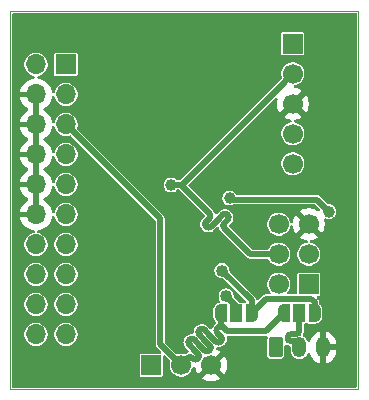
<source format=gbr>
G04 #@! TF.GenerationSoftware,KiCad,Pcbnew,9.0.2*
G04 #@! TF.CreationDate,2025-09-05T09:59:15+02:00*
G04 #@! TF.ProjectId,JtagArm20Adapter,4a746167-4172-46d3-9230-416461707465,rev?*
G04 #@! TF.SameCoordinates,Original*
G04 #@! TF.FileFunction,Copper,L2,Bot*
G04 #@! TF.FilePolarity,Positive*
%FSLAX46Y46*%
G04 Gerber Fmt 4.6, Leading zero omitted, Abs format (unit mm)*
G04 Created by KiCad (PCBNEW 9.0.2) date 2025-09-05 09:59:15*
%MOMM*%
%LPD*%
G01*
G04 APERTURE LIST*
G04 Aperture macros list*
%AMRoundRect*
0 Rectangle with rounded corners*
0 $1 Rounding radius*
0 $2 $3 $4 $5 $6 $7 $8 $9 X,Y pos of 4 corners*
0 Add a 4 corners polygon primitive as box body*
4,1,4,$2,$3,$4,$5,$6,$7,$8,$9,$2,$3,0*
0 Add four circle primitives for the rounded corners*
1,1,$1+$1,$2,$3*
1,1,$1+$1,$4,$5*
1,1,$1+$1,$6,$7*
1,1,$1+$1,$8,$9*
0 Add four rect primitives between the rounded corners*
20,1,$1+$1,$2,$3,$4,$5,0*
20,1,$1+$1,$4,$5,$6,$7,0*
20,1,$1+$1,$6,$7,$8,$9,0*
20,1,$1+$1,$8,$9,$2,$3,0*%
%AMFreePoly0*
4,1,23,0.550000,-0.750000,0.000000,-0.750000,0.000000,-0.745722,-0.065263,-0.745722,-0.191342,-0.711940,-0.304381,-0.646677,-0.396677,-0.554381,-0.461940,-0.441342,-0.495722,-0.315263,-0.495722,-0.250000,-0.500000,-0.250000,-0.500000,0.250000,-0.495722,0.250000,-0.495722,0.315263,-0.461940,0.441342,-0.396677,0.554381,-0.304381,0.646677,-0.191342,0.711940,-0.065263,0.745722,0.000000,0.745722,
0.000000,0.750000,0.550000,0.750000,0.550000,-0.750000,0.550000,-0.750000,$1*%
%AMFreePoly1*
4,1,23,0.000000,0.745722,0.065263,0.745722,0.191342,0.711940,0.304381,0.646677,0.396677,0.554381,0.461940,0.441342,0.495722,0.315263,0.495722,0.250000,0.500000,0.250000,0.500000,-0.250000,0.495722,-0.250000,0.495722,-0.315263,0.461940,-0.441342,0.396677,-0.554381,0.304381,-0.646677,0.191342,-0.711940,0.065263,-0.745722,0.000000,-0.745722,0.000000,-0.750000,-0.550000,-0.750000,
-0.550000,0.750000,0.000000,0.750000,0.000000,0.745722,0.000000,0.745722,$1*%
G04 Aperture macros list end*
G04 #@! TA.AperFunction,SMDPad,CuDef*
%ADD10FreePoly0,180.000000*%
G04 #@! TD*
G04 #@! TA.AperFunction,SMDPad,CuDef*
%ADD11R,1.000000X1.500000*%
G04 #@! TD*
G04 #@! TA.AperFunction,SMDPad,CuDef*
%ADD12FreePoly1,180.000000*%
G04 #@! TD*
G04 #@! TA.AperFunction,ComponentPad*
%ADD13RoundRect,0.250000X-0.350000X-0.625000X0.350000X-0.625000X0.350000X0.625000X-0.350000X0.625000X0*%
G04 #@! TD*
G04 #@! TA.AperFunction,ComponentPad*
%ADD14O,1.200000X1.750000*%
G04 #@! TD*
G04 #@! TA.AperFunction,ComponentPad*
%ADD15R,1.700000X1.700000*%
G04 #@! TD*
G04 #@! TA.AperFunction,ComponentPad*
%ADD16O,1.700000X1.700000*%
G04 #@! TD*
G04 #@! TA.AperFunction,ComponentPad*
%ADD17C,1.700000*%
G04 #@! TD*
G04 #@! TA.AperFunction,ViaPad*
%ADD18C,1.016000*%
G04 #@! TD*
G04 #@! TA.AperFunction,ViaPad*
%ADD19C,1.000000*%
G04 #@! TD*
G04 #@! TA.AperFunction,Conductor*
%ADD20C,0.500000*%
G04 #@! TD*
G04 #@! TA.AperFunction,Conductor*
%ADD21C,0.508000*%
G04 #@! TD*
G04 #@! TA.AperFunction,Profile*
%ADD22C,0.050000*%
G04 #@! TD*
G04 APERTURE END LIST*
D10*
X163300000Y-103600000D03*
D11*
X162000000Y-103600000D03*
D12*
X160700000Y-103600000D03*
D10*
X157950000Y-103600000D03*
D11*
X156650000Y-103600000D03*
D12*
X155350000Y-103600000D03*
D13*
X160000000Y-106500000D03*
D14*
X162000000Y-106500000D03*
X164000000Y-106500000D03*
D15*
X142240000Y-82550000D03*
D16*
X139700000Y-82550000D03*
X142240000Y-85090000D03*
X139700000Y-85090000D03*
X142240000Y-87630000D03*
X139700000Y-87630000D03*
X142240000Y-90170000D03*
X139700000Y-90170000D03*
X142240000Y-92710000D03*
X139700000Y-92710000D03*
X142240000Y-95250000D03*
X139700000Y-95250000D03*
X142240000Y-97790000D03*
X139700000Y-97790000D03*
X142240000Y-100330000D03*
X139700000Y-100330000D03*
X142240000Y-102870000D03*
X139700000Y-102870000D03*
X142240000Y-105410000D03*
X139700000Y-105410000D03*
D15*
X149460000Y-108000000D03*
D17*
X152000000Y-108000000D03*
X154540000Y-108000000D03*
D15*
X162800000Y-101150000D03*
D17*
X160260000Y-101150000D03*
X162800000Y-98610000D03*
X160260000Y-98610000D03*
X162800000Y-96070000D03*
X160260000Y-96070000D03*
D15*
X161450000Y-80800000D03*
D17*
X161450000Y-83340000D03*
X161450000Y-85880000D03*
X161450000Y-88420000D03*
X161450000Y-90960000D03*
D18*
X155450000Y-100000000D03*
X155800000Y-102150000D03*
D19*
X164500000Y-95000000D03*
X156100000Y-93850000D03*
X151150000Y-92750000D03*
D20*
X150229000Y-106229000D02*
X152000000Y-108000000D01*
X142280000Y-87630000D02*
X150229000Y-95579000D01*
X150229000Y-95579000D02*
X150229000Y-106229000D01*
X142240000Y-87630000D02*
X142280000Y-87630000D01*
D21*
X161000000Y-105642337D02*
X161000000Y-105734337D01*
X161746000Y-105388337D02*
X161254000Y-105388337D01*
X162000000Y-106334337D02*
X162000000Y-106500000D01*
X162000000Y-106242337D02*
X162000000Y-106334337D01*
X162000000Y-103600000D02*
X162000000Y-105134337D01*
X161254000Y-105988337D02*
X161746000Y-105988337D01*
X161254000Y-105388337D02*
G75*
G03*
X161000037Y-105642337I0J-253963D01*
G01*
X161000000Y-105734337D02*
G75*
G03*
X161254000Y-105988300I254000J37D01*
G01*
X162000000Y-105134337D02*
G75*
G02*
X161746000Y-105388300I-254000J37D01*
G01*
X161746000Y-105988337D02*
G75*
G02*
X161999963Y-106242337I0J-253963D01*
G01*
X155800000Y-102150000D02*
X156650000Y-103000000D01*
X156650000Y-103000000D02*
X156650000Y-103600000D01*
X152000000Y-108000000D02*
X152000000Y-107950000D01*
X153499896Y-105035892D02*
X153564951Y-104970838D01*
X152651368Y-105884420D02*
X152716423Y-105819366D01*
X153603133Y-106346867D02*
X154024568Y-106768302D01*
X155403425Y-105601575D02*
X155055528Y-105253678D01*
X153358472Y-106950734D02*
X153178867Y-106771129D01*
X152000000Y-107950000D02*
X152575000Y-107375000D01*
X153178867Y-106771129D02*
X153178869Y-106771131D01*
X153075633Y-105819367D02*
X153603135Y-106346869D01*
X153924161Y-104970839D02*
X154451663Y-105498341D01*
X155055528Y-104894468D02*
X155120584Y-104829415D01*
X153393829Y-107475409D02*
X153458882Y-107410355D01*
X154448831Y-106344037D02*
X154027395Y-105922601D01*
X153178869Y-106771131D02*
X152651368Y-106243630D01*
X152934210Y-107375000D02*
X153034619Y-107475409D01*
X154383778Y-106768302D02*
X154448831Y-106703248D01*
X153458882Y-107051144D02*
X153358472Y-106950734D01*
X155120584Y-104829415D02*
X155350000Y-104600000D01*
X154631266Y-105677944D02*
X154979162Y-106025840D01*
X154451661Y-105498339D02*
X154631266Y-105677944D01*
X153603135Y-106346869D02*
X153603133Y-106346867D01*
X154027397Y-105922603D02*
X153499896Y-105395102D01*
X154027395Y-105922601D02*
X154027397Y-105922603D01*
X154451663Y-105498341D02*
X154451661Y-105498339D01*
X155338372Y-106025840D02*
X155403425Y-105960786D01*
X153499896Y-105395102D02*
G75*
G02*
X153499899Y-105035895I179604J179602D01*
G01*
X154979162Y-106025840D02*
G75*
G03*
X155338372Y-106025840I179605J179604D01*
G01*
X153564951Y-104970838D02*
G75*
G02*
X153924206Y-104970794I179649J-179562D01*
G01*
X154024568Y-106768302D02*
G75*
G03*
X154383778Y-106768302I179605J179604D01*
G01*
X152651368Y-106243630D02*
G75*
G02*
X152651343Y-105884395I179632J179630D01*
G01*
X154448831Y-106703248D02*
G75*
G03*
X154448874Y-106343995I-179631J179648D01*
G01*
X155055528Y-105253678D02*
G75*
G02*
X155055555Y-104894495I179572J179578D01*
G01*
X152575000Y-107375000D02*
G75*
G02*
X152934210Y-107375000I179605J-179604D01*
G01*
X155403425Y-105960786D02*
G75*
G03*
X155403406Y-105601594I-179625J179586D01*
G01*
X152716423Y-105819366D02*
G75*
G02*
X153075606Y-105819394I179577J-179634D01*
G01*
X153458882Y-107410355D02*
G75*
G03*
X153458932Y-107051095I-179582J179655D01*
G01*
X153034619Y-107475409D02*
G75*
G03*
X153393829Y-107475409I179605J179604D01*
G01*
X157950000Y-102500000D02*
X155450000Y-100000000D01*
X157950000Y-103600000D02*
X157950000Y-102500000D01*
X159150000Y-102400000D02*
X157950000Y-103600000D01*
X163000000Y-102400000D02*
X159150000Y-102400000D01*
X163300000Y-102700000D02*
X163000000Y-102400000D01*
X163300000Y-103600000D02*
X163300000Y-102700000D01*
X155350000Y-104600000D02*
X155350000Y-103600000D01*
X155900000Y-105150000D02*
X155350000Y-104600000D01*
X160700000Y-103600000D02*
X159150000Y-105150000D01*
X159150000Y-105150000D02*
X155900000Y-105150000D01*
X163500000Y-94000000D02*
X164500000Y-95000000D01*
X156250000Y-94000000D02*
X163500000Y-94000000D01*
X156100000Y-93850000D02*
X156250000Y-94000000D01*
D20*
X160800000Y-83990000D02*
X161450000Y-83340000D01*
X160800000Y-84000000D02*
X160800000Y-83990000D01*
X152050000Y-92750000D02*
X160800000Y-84000000D01*
X151150000Y-92750000D02*
X152050000Y-92750000D01*
X155984684Y-96749684D02*
X157845000Y-98610000D01*
X157845000Y-98610000D02*
X160260000Y-98610000D01*
X155681132Y-96446132D02*
X155984684Y-96749684D01*
X155963974Y-95668314D02*
X155610421Y-96021868D01*
X155610420Y-96375420D02*
X155681132Y-96446132D01*
X151985000Y-92750000D02*
X154408342Y-95173342D01*
X155009381Y-95774381D02*
X155186156Y-95597603D01*
X154054788Y-96234001D02*
X154125498Y-96304711D01*
X154408342Y-95526895D02*
X154054788Y-95880448D01*
X155893264Y-95244050D02*
X155963974Y-95314760D01*
X151150000Y-92750000D02*
X151985000Y-92750000D01*
X155009382Y-95774380D02*
X155009381Y-95774381D01*
X155186156Y-95597603D02*
X155539710Y-95244049D01*
X154832605Y-95951157D02*
X155009382Y-95774380D01*
X154479052Y-96304711D02*
X154832605Y-95951157D01*
X154125498Y-96304711D02*
G75*
G03*
X154479052Y-96304711I176777J176778D01*
G01*
X154408342Y-95173342D02*
G75*
G02*
X154408324Y-95526876I-176742J-176758D01*
G01*
X155539710Y-95244049D02*
G75*
G02*
X155893278Y-95244036I176790J-176751D01*
G01*
X155963974Y-95314760D02*
G75*
G02*
X155963937Y-95668277I-176774J-176740D01*
G01*
X154054788Y-95880448D02*
G75*
G03*
X154054812Y-96233977I176812J-176752D01*
G01*
X155610421Y-96021868D02*
G75*
G03*
X155610464Y-96375375I176779J-176732D01*
G01*
G04 #@! TA.AperFunction,Conductor*
G36*
X139950000Y-94816988D02*
G01*
X139892993Y-94784075D01*
X139765826Y-94750000D01*
X139634174Y-94750000D01*
X139507007Y-94784075D01*
X139450000Y-94816988D01*
X139450000Y-93143012D01*
X139507007Y-93175925D01*
X139634174Y-93210000D01*
X139765826Y-93210000D01*
X139892993Y-93175925D01*
X139950000Y-93143012D01*
X139950000Y-94816988D01*
G37*
G04 #@! TD.AperFunction*
G04 #@! TA.AperFunction,Conductor*
G36*
X139950000Y-92276988D02*
G01*
X139892993Y-92244075D01*
X139765826Y-92210000D01*
X139634174Y-92210000D01*
X139507007Y-92244075D01*
X139450000Y-92276988D01*
X139450000Y-90603012D01*
X139507007Y-90635925D01*
X139634174Y-90670000D01*
X139765826Y-90670000D01*
X139892993Y-90635925D01*
X139950000Y-90603012D01*
X139950000Y-92276988D01*
G37*
G04 #@! TD.AperFunction*
G04 #@! TA.AperFunction,Conductor*
G36*
X139950000Y-89736988D02*
G01*
X139892993Y-89704075D01*
X139765826Y-89670000D01*
X139634174Y-89670000D01*
X139507007Y-89704075D01*
X139450000Y-89736988D01*
X139450000Y-88063012D01*
X139507007Y-88095925D01*
X139634174Y-88130000D01*
X139765826Y-88130000D01*
X139892993Y-88095925D01*
X139950000Y-88063012D01*
X139950000Y-89736988D01*
G37*
G04 #@! TD.AperFunction*
G04 #@! TA.AperFunction,Conductor*
G36*
X139950000Y-87196988D02*
G01*
X139892993Y-87164075D01*
X139765826Y-87130000D01*
X139634174Y-87130000D01*
X139507007Y-87164075D01*
X139450000Y-87196988D01*
X139450000Y-85523012D01*
X139507007Y-85555925D01*
X139634174Y-85590000D01*
X139765826Y-85590000D01*
X139892993Y-85555925D01*
X139950000Y-85523012D01*
X139950000Y-87196988D01*
G37*
G04 #@! TD.AperFunction*
G04 #@! TA.AperFunction,Conductor*
G36*
X166842861Y-78169782D02*
G01*
X166888706Y-78222508D01*
X166900000Y-78274212D01*
X166900000Y-109776000D01*
X166880315Y-109843039D01*
X166827511Y-109888794D01*
X166776000Y-109900000D01*
X137774000Y-109900000D01*
X137706961Y-109880315D01*
X137661206Y-109827511D01*
X137650000Y-109776000D01*
X137650000Y-105313621D01*
X138721500Y-105313621D01*
X138721500Y-105506378D01*
X138759100Y-105695410D01*
X138759103Y-105695419D01*
X138832860Y-105873487D01*
X138832867Y-105873500D01*
X138939948Y-106033757D01*
X138939951Y-106033761D01*
X139076238Y-106170048D01*
X139076242Y-106170051D01*
X139236499Y-106277132D01*
X139236512Y-106277139D01*
X139335038Y-106317949D01*
X139414582Y-106350897D01*
X139414584Y-106350897D01*
X139414589Y-106350899D01*
X139603621Y-106388499D01*
X139603625Y-106388500D01*
X139603626Y-106388500D01*
X139796375Y-106388500D01*
X139796376Y-106388499D01*
X139863761Y-106375096D01*
X139985410Y-106350899D01*
X139985413Y-106350897D01*
X139985418Y-106350897D01*
X140163494Y-106277136D01*
X140323758Y-106170051D01*
X140460051Y-106033758D01*
X140567136Y-105873494D01*
X140640897Y-105695418D01*
X140645876Y-105670390D01*
X140677125Y-105513288D01*
X140678500Y-105506374D01*
X140678500Y-105313626D01*
X140678499Y-105313621D01*
X141261500Y-105313621D01*
X141261500Y-105506378D01*
X141299100Y-105695410D01*
X141299103Y-105695419D01*
X141372860Y-105873487D01*
X141372867Y-105873500D01*
X141479948Y-106033757D01*
X141479951Y-106033761D01*
X141616238Y-106170048D01*
X141616242Y-106170051D01*
X141776499Y-106277132D01*
X141776512Y-106277139D01*
X141875038Y-106317949D01*
X141954582Y-106350897D01*
X141954584Y-106350897D01*
X141954589Y-106350899D01*
X142143621Y-106388499D01*
X142143625Y-106388500D01*
X142143626Y-106388500D01*
X142336375Y-106388500D01*
X142336376Y-106388499D01*
X142403761Y-106375096D01*
X142525410Y-106350899D01*
X142525413Y-106350897D01*
X142525418Y-106350897D01*
X142703494Y-106277136D01*
X142863758Y-106170051D01*
X143000051Y-106033758D01*
X143107136Y-105873494D01*
X143180897Y-105695418D01*
X143185876Y-105670390D01*
X143217125Y-105513288D01*
X143218500Y-105506374D01*
X143218500Y-105313626D01*
X143198981Y-105215495D01*
X143180899Y-105124589D01*
X143180896Y-105124580D01*
X143107139Y-104946512D01*
X143107132Y-104946499D01*
X143000051Y-104786242D01*
X143000048Y-104786238D01*
X142863761Y-104649951D01*
X142863757Y-104649948D01*
X142703500Y-104542867D01*
X142703487Y-104542860D01*
X142525419Y-104469103D01*
X142525410Y-104469100D01*
X142336378Y-104431500D01*
X142336374Y-104431500D01*
X142143626Y-104431500D01*
X142143621Y-104431500D01*
X141954589Y-104469100D01*
X141954580Y-104469103D01*
X141776512Y-104542860D01*
X141776499Y-104542867D01*
X141616242Y-104649948D01*
X141616238Y-104649951D01*
X141479951Y-104786238D01*
X141479948Y-104786242D01*
X141372867Y-104946499D01*
X141372860Y-104946512D01*
X141299103Y-105124580D01*
X141299100Y-105124589D01*
X141261500Y-105313621D01*
X140678499Y-105313621D01*
X140658981Y-105215495D01*
X140640899Y-105124589D01*
X140640896Y-105124580D01*
X140567139Y-104946512D01*
X140567132Y-104946499D01*
X140460051Y-104786242D01*
X140460048Y-104786238D01*
X140323761Y-104649951D01*
X140323757Y-104649948D01*
X140163500Y-104542867D01*
X140163487Y-104542860D01*
X139985419Y-104469103D01*
X139985410Y-104469100D01*
X139796378Y-104431500D01*
X139796374Y-104431500D01*
X139603626Y-104431500D01*
X139603621Y-104431500D01*
X139414589Y-104469100D01*
X139414580Y-104469103D01*
X139236512Y-104542860D01*
X139236499Y-104542867D01*
X139076242Y-104649948D01*
X139076238Y-104649951D01*
X138939951Y-104786238D01*
X138939948Y-104786242D01*
X138832867Y-104946499D01*
X138832860Y-104946512D01*
X138759103Y-105124580D01*
X138759100Y-105124589D01*
X138721500Y-105313621D01*
X137650000Y-105313621D01*
X137650000Y-102773621D01*
X138721500Y-102773621D01*
X138721500Y-102966378D01*
X138759100Y-103155410D01*
X138759103Y-103155419D01*
X138832860Y-103333487D01*
X138832867Y-103333500D01*
X138939948Y-103493757D01*
X138939951Y-103493761D01*
X139076238Y-103630048D01*
X139076242Y-103630051D01*
X139236499Y-103737132D01*
X139236512Y-103737139D01*
X139370063Y-103792456D01*
X139414582Y-103810897D01*
X139414584Y-103810897D01*
X139414589Y-103810899D01*
X139603621Y-103848499D01*
X139603625Y-103848500D01*
X139603626Y-103848500D01*
X139796375Y-103848500D01*
X139796376Y-103848499D01*
X139859388Y-103835965D01*
X139985410Y-103810899D01*
X139985413Y-103810897D01*
X139985418Y-103810897D01*
X140163494Y-103737136D01*
X140323758Y-103630051D01*
X140460051Y-103493758D01*
X140567136Y-103333494D01*
X140640897Y-103155418D01*
X140653861Y-103090246D01*
X140676537Y-102976243D01*
X140678500Y-102966374D01*
X140678500Y-102773626D01*
X140678499Y-102773621D01*
X141261500Y-102773621D01*
X141261500Y-102966378D01*
X141299100Y-103155410D01*
X141299103Y-103155419D01*
X141372860Y-103333487D01*
X141372867Y-103333500D01*
X141479948Y-103493757D01*
X141479951Y-103493761D01*
X141616238Y-103630048D01*
X141616242Y-103630051D01*
X141776499Y-103737132D01*
X141776512Y-103737139D01*
X141910063Y-103792456D01*
X141954582Y-103810897D01*
X141954584Y-103810897D01*
X141954589Y-103810899D01*
X142143621Y-103848499D01*
X142143625Y-103848500D01*
X142143626Y-103848500D01*
X142336375Y-103848500D01*
X142336376Y-103848499D01*
X142399388Y-103835965D01*
X142525410Y-103810899D01*
X142525413Y-103810897D01*
X142525418Y-103810897D01*
X142703494Y-103737136D01*
X142863758Y-103630051D01*
X143000051Y-103493758D01*
X143107136Y-103333494D01*
X143180897Y-103155418D01*
X143193861Y-103090246D01*
X143216537Y-102976243D01*
X143218500Y-102966374D01*
X143218500Y-102773626D01*
X143207137Y-102716500D01*
X143180899Y-102584589D01*
X143180896Y-102584580D01*
X143107139Y-102406512D01*
X143107132Y-102406499D01*
X143000051Y-102246242D01*
X143000048Y-102246238D01*
X142863761Y-102109951D01*
X142863757Y-102109948D01*
X142703500Y-102002867D01*
X142703487Y-102002860D01*
X142525419Y-101929103D01*
X142525410Y-101929100D01*
X142336378Y-101891500D01*
X142336374Y-101891500D01*
X142143626Y-101891500D01*
X142143621Y-101891500D01*
X141954589Y-101929100D01*
X141954580Y-101929103D01*
X141776512Y-102002860D01*
X141776499Y-102002867D01*
X141616242Y-102109948D01*
X141616238Y-102109951D01*
X141479951Y-102246238D01*
X141479948Y-102246242D01*
X141372867Y-102406499D01*
X141372860Y-102406512D01*
X141299103Y-102584580D01*
X141299100Y-102584589D01*
X141261500Y-102773621D01*
X140678499Y-102773621D01*
X140667137Y-102716500D01*
X140640899Y-102584589D01*
X140640896Y-102584580D01*
X140567139Y-102406512D01*
X140567132Y-102406499D01*
X140460051Y-102246242D01*
X140460048Y-102246238D01*
X140323761Y-102109951D01*
X140323757Y-102109948D01*
X140163500Y-102002867D01*
X140163487Y-102002860D01*
X139985419Y-101929103D01*
X139985410Y-101929100D01*
X139796378Y-101891500D01*
X139796374Y-101891500D01*
X139603626Y-101891500D01*
X139603621Y-101891500D01*
X139414589Y-101929100D01*
X139414580Y-101929103D01*
X139236512Y-102002860D01*
X139236499Y-102002867D01*
X139076242Y-102109948D01*
X139076238Y-102109951D01*
X138939951Y-102246238D01*
X138939948Y-102246242D01*
X138832867Y-102406499D01*
X138832860Y-102406512D01*
X138759103Y-102584580D01*
X138759100Y-102584589D01*
X138721500Y-102773621D01*
X137650000Y-102773621D01*
X137650000Y-100233621D01*
X138721500Y-100233621D01*
X138721500Y-100426378D01*
X138759100Y-100615410D01*
X138759103Y-100615419D01*
X138832860Y-100793487D01*
X138832867Y-100793500D01*
X138939948Y-100953757D01*
X138939951Y-100953761D01*
X139076238Y-101090048D01*
X139076242Y-101090051D01*
X139236499Y-101197132D01*
X139236512Y-101197139D01*
X139370063Y-101252456D01*
X139414582Y-101270897D01*
X139414584Y-101270897D01*
X139414589Y-101270899D01*
X139603621Y-101308499D01*
X139603625Y-101308500D01*
X139603626Y-101308500D01*
X139796375Y-101308500D01*
X139796376Y-101308499D01*
X139859388Y-101295965D01*
X139985410Y-101270899D01*
X139985413Y-101270897D01*
X139985418Y-101270897D01*
X140163494Y-101197136D01*
X140323758Y-101090051D01*
X140460051Y-100953758D01*
X140567136Y-100793494D01*
X140640897Y-100615418D01*
X140641570Y-100612039D01*
X140678499Y-100426378D01*
X140678500Y-100426375D01*
X140678500Y-100233625D01*
X140678499Y-100233621D01*
X141261500Y-100233621D01*
X141261500Y-100426378D01*
X141299100Y-100615410D01*
X141299103Y-100615419D01*
X141372860Y-100793487D01*
X141372867Y-100793500D01*
X141479948Y-100953757D01*
X141479951Y-100953761D01*
X141616238Y-101090048D01*
X141616242Y-101090051D01*
X141776499Y-101197132D01*
X141776512Y-101197139D01*
X141910063Y-101252456D01*
X141954582Y-101270897D01*
X141954584Y-101270897D01*
X141954589Y-101270899D01*
X142143621Y-101308499D01*
X142143625Y-101308500D01*
X142143626Y-101308500D01*
X142336375Y-101308500D01*
X142336376Y-101308499D01*
X142399388Y-101295965D01*
X142525410Y-101270899D01*
X142525413Y-101270897D01*
X142525418Y-101270897D01*
X142703494Y-101197136D01*
X142863758Y-101090051D01*
X143000051Y-100953758D01*
X143107136Y-100793494D01*
X143180897Y-100615418D01*
X143181570Y-100612039D01*
X143218499Y-100426378D01*
X143218500Y-100426375D01*
X143218500Y-100233625D01*
X143218499Y-100233621D01*
X143180899Y-100044589D01*
X143180896Y-100044580D01*
X143107139Y-99866512D01*
X143107132Y-99866499D01*
X143000051Y-99706242D01*
X143000048Y-99706238D01*
X142863761Y-99569951D01*
X142863757Y-99569948D01*
X142703500Y-99462867D01*
X142703487Y-99462860D01*
X142525419Y-99389103D01*
X142525410Y-99389100D01*
X142336378Y-99351500D01*
X142336374Y-99351500D01*
X142143626Y-99351500D01*
X142143621Y-99351500D01*
X141954589Y-99389100D01*
X141954580Y-99389103D01*
X141776512Y-99462860D01*
X141776499Y-99462867D01*
X141616242Y-99569948D01*
X141616238Y-99569951D01*
X141479951Y-99706238D01*
X141479948Y-99706242D01*
X141372867Y-99866499D01*
X141372860Y-99866512D01*
X141299103Y-100044580D01*
X141299100Y-100044589D01*
X141261500Y-100233621D01*
X140678499Y-100233621D01*
X140640899Y-100044589D01*
X140640896Y-100044580D01*
X140567139Y-99866512D01*
X140567132Y-99866499D01*
X140460051Y-99706242D01*
X140460048Y-99706238D01*
X140323761Y-99569951D01*
X140323757Y-99569948D01*
X140163500Y-99462867D01*
X140163487Y-99462860D01*
X139985419Y-99389103D01*
X139985410Y-99389100D01*
X139796378Y-99351500D01*
X139796374Y-99351500D01*
X139603626Y-99351500D01*
X139603621Y-99351500D01*
X139414589Y-99389100D01*
X139414580Y-99389103D01*
X139236512Y-99462860D01*
X139236499Y-99462867D01*
X139076242Y-99569948D01*
X139076238Y-99569951D01*
X138939951Y-99706238D01*
X138939948Y-99706242D01*
X138832867Y-99866499D01*
X138832860Y-99866512D01*
X138759103Y-100044580D01*
X138759100Y-100044589D01*
X138721500Y-100233621D01*
X137650000Y-100233621D01*
X137650000Y-84840000D01*
X138372769Y-84840000D01*
X139266988Y-84840000D01*
X139234075Y-84897007D01*
X139200000Y-85024174D01*
X139200000Y-85155826D01*
X139234075Y-85282993D01*
X139266988Y-85340000D01*
X138372769Y-85340000D01*
X138383242Y-85406126D01*
X138383242Y-85406129D01*
X138448904Y-85608217D01*
X138545379Y-85797557D01*
X138670272Y-85969459D01*
X138670276Y-85969464D01*
X138820535Y-86119723D01*
X138820540Y-86119727D01*
X138992444Y-86244622D01*
X139002048Y-86249516D01*
X139052844Y-86297491D01*
X139069638Y-86365312D01*
X139047100Y-86431447D01*
X139002048Y-86470484D01*
X138992444Y-86475377D01*
X138820540Y-86600272D01*
X138820535Y-86600276D01*
X138670276Y-86750535D01*
X138670272Y-86750540D01*
X138545379Y-86922442D01*
X138448904Y-87111782D01*
X138383242Y-87313870D01*
X138383242Y-87313873D01*
X138372769Y-87380000D01*
X139266988Y-87380000D01*
X139234075Y-87437007D01*
X139200000Y-87564174D01*
X139200000Y-87695826D01*
X139234075Y-87822993D01*
X139266988Y-87880000D01*
X138372769Y-87880000D01*
X138383242Y-87946126D01*
X138383242Y-87946129D01*
X138448904Y-88148217D01*
X138545379Y-88337557D01*
X138670272Y-88509459D01*
X138670276Y-88509464D01*
X138820535Y-88659723D01*
X138820540Y-88659727D01*
X138992444Y-88784622D01*
X139002048Y-88789516D01*
X139052844Y-88837491D01*
X139069638Y-88905312D01*
X139047100Y-88971447D01*
X139002048Y-89010484D01*
X138992444Y-89015377D01*
X138820540Y-89140272D01*
X138820535Y-89140276D01*
X138670276Y-89290535D01*
X138670272Y-89290540D01*
X138545379Y-89462442D01*
X138448904Y-89651782D01*
X138383242Y-89853870D01*
X138383242Y-89853873D01*
X138372769Y-89920000D01*
X139266988Y-89920000D01*
X139234075Y-89977007D01*
X139200000Y-90104174D01*
X139200000Y-90235826D01*
X139234075Y-90362993D01*
X139266988Y-90420000D01*
X138372769Y-90420000D01*
X138383242Y-90486126D01*
X138383242Y-90486129D01*
X138448904Y-90688217D01*
X138545379Y-90877557D01*
X138670272Y-91049459D01*
X138670276Y-91049464D01*
X138820535Y-91199723D01*
X138820540Y-91199727D01*
X138992444Y-91324622D01*
X139002048Y-91329516D01*
X139052844Y-91377491D01*
X139069638Y-91445312D01*
X139047100Y-91511447D01*
X139002048Y-91550484D01*
X138992444Y-91555377D01*
X138820540Y-91680272D01*
X138820535Y-91680276D01*
X138670276Y-91830535D01*
X138670272Y-91830540D01*
X138545379Y-92002442D01*
X138448904Y-92191782D01*
X138383242Y-92393870D01*
X138383242Y-92393873D01*
X138372769Y-92460000D01*
X139266988Y-92460000D01*
X139234075Y-92517007D01*
X139200000Y-92644174D01*
X139200000Y-92775826D01*
X139234075Y-92902993D01*
X139266988Y-92960000D01*
X138372769Y-92960000D01*
X138383242Y-93026126D01*
X138383242Y-93026129D01*
X138448904Y-93228217D01*
X138545379Y-93417557D01*
X138670272Y-93589459D01*
X138670276Y-93589464D01*
X138820535Y-93739723D01*
X138820540Y-93739727D01*
X138992444Y-93864622D01*
X139002048Y-93869516D01*
X139052844Y-93917491D01*
X139069638Y-93985312D01*
X139047100Y-94051447D01*
X139002048Y-94090484D01*
X138992444Y-94095377D01*
X138820540Y-94220272D01*
X138820535Y-94220276D01*
X138670276Y-94370535D01*
X138670272Y-94370540D01*
X138545379Y-94542442D01*
X138448904Y-94731782D01*
X138383242Y-94933870D01*
X138383242Y-94933873D01*
X138372769Y-95000000D01*
X139266988Y-95000000D01*
X139234075Y-95057007D01*
X139200000Y-95184174D01*
X139200000Y-95315826D01*
X139234075Y-95442993D01*
X139266988Y-95500000D01*
X138372769Y-95500000D01*
X138383242Y-95566126D01*
X138383242Y-95566129D01*
X138448904Y-95768217D01*
X138545379Y-95957557D01*
X138670272Y-96129459D01*
X138670276Y-96129464D01*
X138820535Y-96279723D01*
X138820540Y-96279727D01*
X138992442Y-96404620D01*
X139181782Y-96501095D01*
X139383869Y-96566757D01*
X139383873Y-96566758D01*
X139505366Y-96586000D01*
X139568501Y-96615929D01*
X139605433Y-96675240D01*
X139604435Y-96745103D01*
X139565826Y-96803335D01*
X139510161Y-96830090D01*
X139414588Y-96849101D01*
X139414580Y-96849103D01*
X139236512Y-96922860D01*
X139236499Y-96922867D01*
X139076242Y-97029948D01*
X139076238Y-97029951D01*
X138939951Y-97166238D01*
X138939948Y-97166242D01*
X138832867Y-97326499D01*
X138832860Y-97326512D01*
X138759103Y-97504580D01*
X138759100Y-97504589D01*
X138721500Y-97693621D01*
X138721500Y-97886378D01*
X138759100Y-98075410D01*
X138759103Y-98075419D01*
X138832860Y-98253487D01*
X138832867Y-98253500D01*
X138939948Y-98413757D01*
X138939951Y-98413761D01*
X139076238Y-98550048D01*
X139076242Y-98550051D01*
X139236499Y-98657132D01*
X139236512Y-98657139D01*
X139370063Y-98712456D01*
X139414582Y-98730897D01*
X139414584Y-98730897D01*
X139414589Y-98730899D01*
X139603621Y-98768499D01*
X139603625Y-98768500D01*
X139603626Y-98768500D01*
X139796375Y-98768500D01*
X139796376Y-98768499D01*
X139859388Y-98755965D01*
X139985410Y-98730899D01*
X139985413Y-98730897D01*
X139985418Y-98730897D01*
X140163494Y-98657136D01*
X140323758Y-98550051D01*
X140460051Y-98413758D01*
X140567136Y-98253494D01*
X140640897Y-98075418D01*
X140678500Y-97886374D01*
X140678500Y-97693626D01*
X140678499Y-97693621D01*
X141261500Y-97693621D01*
X141261500Y-97886378D01*
X141299100Y-98075410D01*
X141299103Y-98075419D01*
X141372860Y-98253487D01*
X141372867Y-98253500D01*
X141479948Y-98413757D01*
X141479951Y-98413761D01*
X141616238Y-98550048D01*
X141616242Y-98550051D01*
X141776499Y-98657132D01*
X141776512Y-98657139D01*
X141910063Y-98712456D01*
X141954582Y-98730897D01*
X141954584Y-98730897D01*
X141954589Y-98730899D01*
X142143621Y-98768499D01*
X142143625Y-98768500D01*
X142143626Y-98768500D01*
X142336375Y-98768500D01*
X142336376Y-98768499D01*
X142399388Y-98755965D01*
X142525410Y-98730899D01*
X142525413Y-98730897D01*
X142525418Y-98730897D01*
X142703494Y-98657136D01*
X142863758Y-98550051D01*
X143000051Y-98413758D01*
X143107136Y-98253494D01*
X143180897Y-98075418D01*
X143218500Y-97886374D01*
X143218500Y-97693626D01*
X143213622Y-97669101D01*
X143180899Y-97504589D01*
X143180896Y-97504580D01*
X143107139Y-97326512D01*
X143107132Y-97326499D01*
X143000051Y-97166242D01*
X143000048Y-97166238D01*
X142863761Y-97029951D01*
X142863757Y-97029948D01*
X142703500Y-96922867D01*
X142703487Y-96922860D01*
X142525419Y-96849103D01*
X142525410Y-96849100D01*
X142336378Y-96811500D01*
X142336374Y-96811500D01*
X142143626Y-96811500D01*
X142143621Y-96811500D01*
X141954589Y-96849100D01*
X141954580Y-96849103D01*
X141776512Y-96922860D01*
X141776499Y-96922867D01*
X141616242Y-97029948D01*
X141616238Y-97029951D01*
X141479951Y-97166238D01*
X141479948Y-97166242D01*
X141372867Y-97326499D01*
X141372860Y-97326512D01*
X141299103Y-97504580D01*
X141299100Y-97504589D01*
X141261500Y-97693621D01*
X140678499Y-97693621D01*
X140673622Y-97669101D01*
X140640899Y-97504589D01*
X140640896Y-97504580D01*
X140567139Y-97326512D01*
X140567132Y-97326499D01*
X140460051Y-97166242D01*
X140460048Y-97166238D01*
X140323761Y-97029951D01*
X140323757Y-97029948D01*
X140163500Y-96922867D01*
X140163487Y-96922860D01*
X139985419Y-96849103D01*
X139985411Y-96849101D01*
X139889838Y-96830090D01*
X139827927Y-96797705D01*
X139793353Y-96736989D01*
X139797094Y-96667219D01*
X139837960Y-96610548D01*
X139894633Y-96586000D01*
X140016126Y-96566758D01*
X140016130Y-96566757D01*
X140218217Y-96501095D01*
X140407557Y-96404620D01*
X140579459Y-96279727D01*
X140579464Y-96279723D01*
X140729723Y-96129464D01*
X140729727Y-96129459D01*
X140854620Y-95957557D01*
X140951095Y-95768217D01*
X141016757Y-95566130D01*
X141016758Y-95566126D01*
X141036000Y-95444633D01*
X141065929Y-95381498D01*
X141125240Y-95344566D01*
X141195102Y-95345564D01*
X141253335Y-95384173D01*
X141280090Y-95439838D01*
X141299101Y-95535411D01*
X141299103Y-95535419D01*
X141372860Y-95713487D01*
X141372867Y-95713500D01*
X141479948Y-95873757D01*
X141479951Y-95873761D01*
X141616238Y-96010048D01*
X141616242Y-96010051D01*
X141776499Y-96117132D01*
X141776512Y-96117139D01*
X141897114Y-96167093D01*
X141954582Y-96190897D01*
X141954584Y-96190897D01*
X141954589Y-96190899D01*
X142143621Y-96228499D01*
X142143625Y-96228500D01*
X142143626Y-96228500D01*
X142336375Y-96228500D01*
X142336376Y-96228499D01*
X142399388Y-96215965D01*
X142525410Y-96190899D01*
X142525413Y-96190897D01*
X142525418Y-96190897D01*
X142703494Y-96117136D01*
X142863758Y-96010051D01*
X143000051Y-95873758D01*
X143107136Y-95713494D01*
X143180897Y-95535418D01*
X143180897Y-95535413D01*
X143180899Y-95535410D01*
X143215304Y-95362439D01*
X143218500Y-95346374D01*
X143218500Y-95153626D01*
X143213622Y-95129103D01*
X143180899Y-94964589D01*
X143180896Y-94964580D01*
X143107139Y-94786512D01*
X143107132Y-94786499D01*
X143000051Y-94626242D01*
X143000048Y-94626238D01*
X142863761Y-94489951D01*
X142863757Y-94489948D01*
X142703500Y-94382867D01*
X142703487Y-94382860D01*
X142525419Y-94309103D01*
X142525410Y-94309100D01*
X142336378Y-94271500D01*
X142336374Y-94271500D01*
X142143626Y-94271500D01*
X142143621Y-94271500D01*
X141954589Y-94309100D01*
X141954580Y-94309103D01*
X141776512Y-94382860D01*
X141776499Y-94382867D01*
X141616242Y-94489948D01*
X141616238Y-94489951D01*
X141479951Y-94626238D01*
X141479948Y-94626242D01*
X141372867Y-94786499D01*
X141372860Y-94786512D01*
X141299103Y-94964580D01*
X141299101Y-94964588D01*
X141280090Y-95060161D01*
X141247705Y-95122072D01*
X141186989Y-95156646D01*
X141117219Y-95152905D01*
X141060547Y-95112039D01*
X141036000Y-95055366D01*
X141016758Y-94933873D01*
X141016757Y-94933869D01*
X140951095Y-94731782D01*
X140854620Y-94542442D01*
X140729727Y-94370540D01*
X140729723Y-94370535D01*
X140579464Y-94220276D01*
X140579459Y-94220272D01*
X140407558Y-94095379D01*
X140397954Y-94090486D01*
X140347157Y-94042512D01*
X140330361Y-93974692D01*
X140352897Y-93908556D01*
X140397954Y-93869514D01*
X140407558Y-93864620D01*
X140579459Y-93739727D01*
X140579464Y-93739723D01*
X140729723Y-93589464D01*
X140729727Y-93589459D01*
X140854620Y-93417557D01*
X140951095Y-93228217D01*
X141016757Y-93026130D01*
X141016758Y-93026126D01*
X141036000Y-92904633D01*
X141065929Y-92841498D01*
X141125240Y-92804566D01*
X141195102Y-92805564D01*
X141253335Y-92844173D01*
X141280090Y-92899838D01*
X141299101Y-92995411D01*
X141299103Y-92995419D01*
X141372860Y-93173487D01*
X141372867Y-93173500D01*
X141479948Y-93333757D01*
X141479951Y-93333761D01*
X141616238Y-93470048D01*
X141616242Y-93470051D01*
X141776499Y-93577132D01*
X141776512Y-93577139D01*
X141873954Y-93617500D01*
X141954582Y-93650897D01*
X141954584Y-93650897D01*
X141954589Y-93650899D01*
X142143621Y-93688499D01*
X142143625Y-93688500D01*
X142143626Y-93688500D01*
X142336375Y-93688500D01*
X142336376Y-93688499D01*
X142399388Y-93675965D01*
X142525410Y-93650899D01*
X142525413Y-93650897D01*
X142525418Y-93650897D01*
X142703494Y-93577136D01*
X142863758Y-93470051D01*
X143000051Y-93333758D01*
X143107136Y-93173494D01*
X143180897Y-92995418D01*
X143180897Y-92995413D01*
X143180899Y-92995410D01*
X143211513Y-92841498D01*
X143218500Y-92806374D01*
X143218500Y-92613626D01*
X143199909Y-92520161D01*
X143180899Y-92424589D01*
X143180896Y-92424580D01*
X143107139Y-92246512D01*
X143107132Y-92246499D01*
X143000051Y-92086242D01*
X143000048Y-92086238D01*
X142863761Y-91949951D01*
X142863757Y-91949948D01*
X142703500Y-91842867D01*
X142703487Y-91842860D01*
X142525419Y-91769103D01*
X142525410Y-91769100D01*
X142336378Y-91731500D01*
X142336374Y-91731500D01*
X142143626Y-91731500D01*
X142143621Y-91731500D01*
X141954589Y-91769100D01*
X141954580Y-91769103D01*
X141776512Y-91842860D01*
X141776499Y-91842867D01*
X141616242Y-91949948D01*
X141616238Y-91949951D01*
X141479951Y-92086238D01*
X141479948Y-92086242D01*
X141372867Y-92246499D01*
X141372860Y-92246512D01*
X141299103Y-92424580D01*
X141299101Y-92424588D01*
X141280090Y-92520161D01*
X141247705Y-92582072D01*
X141186989Y-92616646D01*
X141117219Y-92612905D01*
X141060547Y-92572039D01*
X141036000Y-92515366D01*
X141016758Y-92393873D01*
X141016757Y-92393869D01*
X140951095Y-92191782D01*
X140854620Y-92002442D01*
X140729727Y-91830540D01*
X140729723Y-91830535D01*
X140579464Y-91680276D01*
X140579459Y-91680272D01*
X140407558Y-91555379D01*
X140397954Y-91550486D01*
X140347157Y-91502512D01*
X140330361Y-91434692D01*
X140352897Y-91368556D01*
X140397954Y-91329514D01*
X140407558Y-91324620D01*
X140579459Y-91199727D01*
X140579464Y-91199723D01*
X140729723Y-91049464D01*
X140729727Y-91049459D01*
X140854620Y-90877557D01*
X140951095Y-90688217D01*
X141016757Y-90486130D01*
X141016758Y-90486126D01*
X141036000Y-90364633D01*
X141065929Y-90301498D01*
X141125240Y-90264566D01*
X141195102Y-90265564D01*
X141253335Y-90304173D01*
X141280090Y-90359838D01*
X141299101Y-90455411D01*
X141299103Y-90455419D01*
X141372860Y-90633487D01*
X141372867Y-90633500D01*
X141479948Y-90793757D01*
X141479951Y-90793761D01*
X141616238Y-90930048D01*
X141616242Y-90930051D01*
X141776499Y-91037132D01*
X141776512Y-91037139D01*
X141910063Y-91092456D01*
X141954582Y-91110897D01*
X141954584Y-91110897D01*
X141954589Y-91110899D01*
X142143621Y-91148499D01*
X142143625Y-91148500D01*
X142143626Y-91148500D01*
X142336375Y-91148500D01*
X142336376Y-91148499D01*
X142399388Y-91135965D01*
X142525410Y-91110899D01*
X142525413Y-91110897D01*
X142525418Y-91110897D01*
X142703494Y-91037136D01*
X142863758Y-90930051D01*
X143000051Y-90793758D01*
X143107136Y-90633494D01*
X143180897Y-90455418D01*
X143180897Y-90455413D01*
X143180899Y-90455410D01*
X143218499Y-90266378D01*
X143218500Y-90266375D01*
X143218500Y-90073625D01*
X143218499Y-90073621D01*
X143180899Y-89884589D01*
X143180896Y-89884580D01*
X143107139Y-89706512D01*
X143107132Y-89706499D01*
X143000051Y-89546242D01*
X143000048Y-89546238D01*
X142863761Y-89409951D01*
X142863757Y-89409948D01*
X142703500Y-89302867D01*
X142703487Y-89302860D01*
X142525419Y-89229103D01*
X142525410Y-89229100D01*
X142336378Y-89191500D01*
X142336374Y-89191500D01*
X142143626Y-89191500D01*
X142143621Y-89191500D01*
X141954589Y-89229100D01*
X141954580Y-89229103D01*
X141776512Y-89302860D01*
X141776499Y-89302867D01*
X141616242Y-89409948D01*
X141616238Y-89409951D01*
X141479951Y-89546238D01*
X141479948Y-89546242D01*
X141372867Y-89706499D01*
X141372860Y-89706512D01*
X141299103Y-89884580D01*
X141299101Y-89884588D01*
X141280090Y-89980161D01*
X141247705Y-90042072D01*
X141186989Y-90076646D01*
X141117219Y-90072905D01*
X141060547Y-90032039D01*
X141036000Y-89975366D01*
X141016758Y-89853873D01*
X141016757Y-89853869D01*
X140951095Y-89651782D01*
X140854620Y-89462442D01*
X140729727Y-89290540D01*
X140729723Y-89290535D01*
X140579464Y-89140276D01*
X140579459Y-89140272D01*
X140407558Y-89015379D01*
X140397954Y-89010486D01*
X140347157Y-88962512D01*
X140330361Y-88894692D01*
X140352897Y-88828556D01*
X140397954Y-88789514D01*
X140407558Y-88784620D01*
X140579459Y-88659727D01*
X140579464Y-88659723D01*
X140729723Y-88509464D01*
X140729727Y-88509459D01*
X140854620Y-88337557D01*
X140951095Y-88148217D01*
X141016757Y-87946130D01*
X141016758Y-87946126D01*
X141036000Y-87824633D01*
X141065929Y-87761498D01*
X141125240Y-87724566D01*
X141195102Y-87725564D01*
X141253335Y-87764173D01*
X141280090Y-87819838D01*
X141299101Y-87915411D01*
X141299103Y-87915419D01*
X141372860Y-88093487D01*
X141372867Y-88093500D01*
X141479948Y-88253757D01*
X141479951Y-88253761D01*
X141616238Y-88390048D01*
X141616242Y-88390051D01*
X141776499Y-88497132D01*
X141776512Y-88497139D01*
X141899818Y-88548213D01*
X141954582Y-88570897D01*
X141954584Y-88570897D01*
X141954589Y-88570899D01*
X142143621Y-88608499D01*
X142143625Y-88608500D01*
X142143626Y-88608500D01*
X142336375Y-88608500D01*
X142336376Y-88608499D01*
X142525418Y-88570897D01*
X142562148Y-88555682D01*
X142631616Y-88548213D01*
X142694095Y-88579487D01*
X142697282Y-88582562D01*
X149814181Y-95699461D01*
X149847666Y-95760784D01*
X149850500Y-95787142D01*
X149850500Y-106278830D01*
X149860982Y-106317949D01*
X149876294Y-106375097D01*
X149882005Y-106384988D01*
X149899157Y-106414695D01*
X149926125Y-106461405D01*
X149926127Y-106461407D01*
X150274539Y-106809819D01*
X150308024Y-106871142D01*
X150303040Y-106940834D01*
X150261168Y-106996767D01*
X150195704Y-107021184D01*
X150186858Y-107021500D01*
X148597341Y-107021500D01*
X148559864Y-107028954D01*
X148559863Y-107028955D01*
X148517357Y-107057357D01*
X148488955Y-107099863D01*
X148488954Y-107099864D01*
X148481500Y-107137341D01*
X148481500Y-108862658D01*
X148488954Y-108900135D01*
X148488955Y-108900136D01*
X148488955Y-108900137D01*
X148488956Y-108900138D01*
X148517357Y-108942643D01*
X148559862Y-108971044D01*
X148559863Y-108971044D01*
X148559864Y-108971045D01*
X148597341Y-108978499D01*
X148597345Y-108978500D01*
X148597346Y-108978500D01*
X150322655Y-108978500D01*
X150322656Y-108978499D01*
X150335262Y-108975992D01*
X150360135Y-108971045D01*
X150360135Y-108971044D01*
X150360138Y-108971044D01*
X150402643Y-108942643D01*
X150431044Y-108900138D01*
X150438500Y-108862654D01*
X150438500Y-107273142D01*
X150458185Y-107206103D01*
X150510989Y-107160348D01*
X150580147Y-107150404D01*
X150643703Y-107179429D01*
X150650181Y-107185461D01*
X151035721Y-107571001D01*
X151069206Y-107632324D01*
X151064222Y-107702016D01*
X151062605Y-107706125D01*
X151059104Y-107714578D01*
X151059100Y-107714589D01*
X151021500Y-107903621D01*
X151021500Y-108096378D01*
X151059100Y-108285410D01*
X151059103Y-108285419D01*
X151132860Y-108463487D01*
X151132867Y-108463500D01*
X151239948Y-108623757D01*
X151239951Y-108623761D01*
X151376238Y-108760048D01*
X151376242Y-108760051D01*
X151536499Y-108867132D01*
X151536512Y-108867139D01*
X151616180Y-108900138D01*
X151714582Y-108940897D01*
X151714584Y-108940897D01*
X151714589Y-108940899D01*
X151903621Y-108978499D01*
X151903625Y-108978500D01*
X151903626Y-108978500D01*
X152096375Y-108978500D01*
X152096376Y-108978499D01*
X152144416Y-108968943D01*
X152257785Y-108946394D01*
X152285410Y-108940899D01*
X152285413Y-108940897D01*
X152285418Y-108940897D01*
X152463494Y-108867136D01*
X152623758Y-108760051D01*
X152760051Y-108623758D01*
X152867136Y-108463494D01*
X152940897Y-108285418D01*
X152958956Y-108194632D01*
X152959909Y-108189839D01*
X152992293Y-108127928D01*
X153053009Y-108093354D01*
X153122779Y-108097093D01*
X153179451Y-108137959D01*
X153203999Y-108194632D01*
X153223242Y-108316127D01*
X153223242Y-108316130D01*
X153288904Y-108518217D01*
X153385375Y-108707550D01*
X153424728Y-108761716D01*
X154057037Y-108129408D01*
X154074075Y-108192993D01*
X154139901Y-108307007D01*
X154232993Y-108400099D01*
X154347007Y-108465925D01*
X154410590Y-108482962D01*
X153778282Y-109115269D01*
X153778282Y-109115270D01*
X153832449Y-109154624D01*
X154021782Y-109251095D01*
X154223870Y-109316757D01*
X154433754Y-109350000D01*
X154646246Y-109350000D01*
X154856127Y-109316757D01*
X154856130Y-109316757D01*
X155058217Y-109251095D01*
X155247554Y-109154622D01*
X155301716Y-109115270D01*
X155301717Y-109115270D01*
X154669408Y-108482962D01*
X154732993Y-108465925D01*
X154847007Y-108400099D01*
X154940099Y-108307007D01*
X155005925Y-108192993D01*
X155022962Y-108129408D01*
X155655270Y-108761717D01*
X155655270Y-108761716D01*
X155694622Y-108707554D01*
X155791095Y-108518217D01*
X155856757Y-108316130D01*
X155856757Y-108316127D01*
X155890000Y-108106246D01*
X155890000Y-107893753D01*
X155856757Y-107683872D01*
X155856757Y-107683869D01*
X155791095Y-107481782D01*
X155694624Y-107292449D01*
X155655270Y-107238282D01*
X155655269Y-107238282D01*
X155022962Y-107870590D01*
X155005925Y-107807007D01*
X154940099Y-107692993D01*
X154847007Y-107599901D01*
X154732993Y-107534075D01*
X154669408Y-107517037D01*
X155301716Y-106884728D01*
X155247550Y-106845375D01*
X155058223Y-106748907D01*
X154986701Y-106725668D01*
X154960762Y-106707931D01*
X154933826Y-106691759D01*
X154932149Y-106688365D01*
X154929026Y-106686230D01*
X154916796Y-106657291D01*
X154902877Y-106629118D01*
X154902720Y-106623982D01*
X154901828Y-106621871D01*
X154901801Y-106593846D01*
X154903056Y-106582718D01*
X154930129Y-106518310D01*
X154987728Y-106478761D01*
X155040156Y-106473398D01*
X155095645Y-106479650D01*
X155158764Y-106486762D01*
X155158767Y-106486762D01*
X155158771Y-106486762D01*
X155301292Y-106470704D01*
X155301294Y-106470703D01*
X155301298Y-106470703D01*
X155301301Y-106470701D01*
X155301305Y-106470701D01*
X155436679Y-106423331D01*
X155436678Y-106423331D01*
X155436682Y-106423330D01*
X155558130Y-106347018D01*
X155563207Y-106341941D01*
X155573234Y-106331914D01*
X155573235Y-106331914D01*
X155605179Y-106299970D01*
X155608841Y-106296308D01*
X155628935Y-106276212D01*
X155635032Y-106270119D01*
X155635039Y-106270116D01*
X155637628Y-106267527D01*
X155637709Y-106267482D01*
X155673941Y-106231243D01*
X155673942Y-106231244D01*
X155724647Y-106180530D01*
X155800945Y-106059078D01*
X155848306Y-105923694D01*
X155864356Y-105781165D01*
X155851869Y-105670389D01*
X155863921Y-105601567D01*
X155911267Y-105550186D01*
X155975089Y-105532500D01*
X159092032Y-105532500D01*
X159099639Y-105532500D01*
X159099643Y-105532501D01*
X159197485Y-105532501D01*
X159264524Y-105552186D01*
X159310279Y-105604991D01*
X159315933Y-105644319D01*
X159320222Y-105674148D01*
X159308885Y-105710961D01*
X159284617Y-105760602D01*
X159282219Y-105765507D01*
X159271500Y-105839077D01*
X159271500Y-105839081D01*
X159271500Y-105839082D01*
X159271500Y-107160921D01*
X159282219Y-107234493D01*
X159337700Y-107347981D01*
X159427021Y-107437302D01*
X159505164Y-107475503D01*
X159540507Y-107492781D01*
X159614077Y-107503500D01*
X160385922Y-107503499D01*
X160459493Y-107492781D01*
X160572979Y-107437301D01*
X160662301Y-107347979D01*
X160662302Y-107347978D01*
X160689449Y-107292446D01*
X160717781Y-107234493D01*
X160728500Y-107160923D01*
X160728499Y-106384987D01*
X160748183Y-106317949D01*
X160800987Y-106272194D01*
X160870146Y-106262250D01*
X160906094Y-106275462D01*
X160906953Y-106273679D01*
X160913227Y-106276700D01*
X161042454Y-106338925D01*
X161175092Y-106369196D01*
X161236069Y-106403303D01*
X161268928Y-106464964D01*
X161271500Y-106490087D01*
X161271500Y-106846755D01*
X161299494Y-106987488D01*
X161299496Y-106987496D01*
X161354412Y-107120075D01*
X161434135Y-107239390D01*
X161434141Y-107239397D01*
X161535602Y-107340858D01*
X161535609Y-107340864D01*
X161654924Y-107420587D01*
X161654925Y-107420587D01*
X161654926Y-107420588D01*
X161787504Y-107475504D01*
X161928244Y-107503499D01*
X161928247Y-107503500D01*
X161928249Y-107503500D01*
X162071753Y-107503500D01*
X162071754Y-107503499D01*
X162212496Y-107475504D01*
X162345074Y-107420588D01*
X162464392Y-107340863D01*
X162565863Y-107239392D01*
X162645588Y-107120074D01*
X162691049Y-107010321D01*
X162734890Y-106955918D01*
X162801184Y-106933853D01*
X162868883Y-106951132D01*
X162916494Y-107002269D01*
X162926185Y-107028833D01*
X162927084Y-107032579D01*
X162980591Y-107197257D01*
X163059195Y-107351524D01*
X163160967Y-107491602D01*
X163283397Y-107614032D01*
X163423475Y-107715804D01*
X163577744Y-107794408D01*
X163742415Y-107847914D01*
X163742414Y-107847914D01*
X163749999Y-107849115D01*
X163750000Y-107849114D01*
X163750000Y-106780330D01*
X163769745Y-106800075D01*
X163855255Y-106849444D01*
X163950630Y-106875000D01*
X164049370Y-106875000D01*
X164144745Y-106849444D01*
X164230255Y-106800075D01*
X164250000Y-106780330D01*
X164250000Y-107849115D01*
X164257584Y-107847914D01*
X164422255Y-107794408D01*
X164576524Y-107715804D01*
X164716602Y-107614032D01*
X164839032Y-107491602D01*
X164940804Y-107351524D01*
X165019408Y-107197257D01*
X165072914Y-107032584D01*
X165100000Y-106861571D01*
X165100000Y-106750000D01*
X164280330Y-106750000D01*
X164300075Y-106730255D01*
X164349444Y-106644745D01*
X164375000Y-106549370D01*
X164375000Y-106450630D01*
X164349444Y-106355255D01*
X164300075Y-106269745D01*
X164280330Y-106250000D01*
X165100000Y-106250000D01*
X165100000Y-106138428D01*
X165072914Y-105967415D01*
X165019408Y-105802742D01*
X164940804Y-105648475D01*
X164839032Y-105508397D01*
X164716602Y-105385967D01*
X164576524Y-105284195D01*
X164422257Y-105205591D01*
X164257589Y-105152087D01*
X164257581Y-105152085D01*
X164250000Y-105150884D01*
X164250000Y-106219670D01*
X164230255Y-106199925D01*
X164144745Y-106150556D01*
X164049370Y-106125000D01*
X163950630Y-106125000D01*
X163855255Y-106150556D01*
X163769745Y-106199925D01*
X163750000Y-106219670D01*
X163750000Y-105150884D01*
X163749999Y-105150884D01*
X163742418Y-105152085D01*
X163742410Y-105152087D01*
X163577742Y-105205591D01*
X163423475Y-105284195D01*
X163283397Y-105385967D01*
X163160967Y-105508397D01*
X163059195Y-105648475D01*
X162980591Y-105802742D01*
X162927086Y-105967413D01*
X162926185Y-105971169D01*
X162891395Y-106031762D01*
X162829370Y-106063927D01*
X162759801Y-106057453D01*
X162704776Y-106014395D01*
X162691049Y-105989678D01*
X162681827Y-105967415D01*
X162645588Y-105879926D01*
X162641294Y-105873500D01*
X162565864Y-105760609D01*
X162565858Y-105760602D01*
X162464394Y-105659138D01*
X162353715Y-105585185D01*
X162308910Y-105531573D01*
X162300203Y-105462248D01*
X162310888Y-105428277D01*
X162350559Y-105345922D01*
X162382491Y-105206102D01*
X162382493Y-105184717D01*
X162382500Y-105184694D01*
X162382500Y-105134281D01*
X162382508Y-105079398D01*
X162382506Y-105079394D01*
X162382508Y-105070835D01*
X162382500Y-105070705D01*
X162382500Y-104602500D01*
X162402185Y-104535461D01*
X162454989Y-104489706D01*
X162475504Y-104482436D01*
X162490750Y-104478500D01*
X162512654Y-104478500D01*
X162550138Y-104471044D01*
X162569346Y-104458209D01*
X162589730Y-104452947D01*
X162604452Y-104453432D01*
X162618507Y-104449031D01*
X162638664Y-104454560D01*
X162659562Y-104455249D01*
X162663836Y-104458199D01*
X162677823Y-104462306D01*
X162677824Y-104462307D01*
X162708918Y-104471437D01*
X162749999Y-104483500D01*
X162750000Y-104483500D01*
X163365819Y-104483500D01*
X163365826Y-104483500D01*
X163400379Y-104478951D01*
X163527546Y-104444876D01*
X163559743Y-104431539D01*
X163673757Y-104365713D01*
X163701406Y-104344498D01*
X163794498Y-104251406D01*
X163815713Y-104223757D01*
X163881539Y-104109743D01*
X163894876Y-104077546D01*
X163928951Y-103950379D01*
X163933500Y-103915826D01*
X163933500Y-103284174D01*
X163928951Y-103249621D01*
X163894876Y-103122454D01*
X163881539Y-103090257D01*
X163815713Y-102976243D01*
X163794498Y-102948594D01*
X163718818Y-102872914D01*
X163704113Y-102845983D01*
X163687523Y-102820168D01*
X163686631Y-102813965D01*
X163685334Y-102811590D01*
X163682500Y-102785233D01*
X163682500Y-102760359D01*
X163682501Y-102760346D01*
X163682501Y-102649645D01*
X163682501Y-102649643D01*
X163656434Y-102552360D01*
X163627871Y-102502888D01*
X163606077Y-102465139D01*
X163534861Y-102393923D01*
X163534858Y-102393921D01*
X163481118Y-102340181D01*
X163447633Y-102278858D01*
X163452617Y-102209166D01*
X163494489Y-102153233D01*
X163559953Y-102128816D01*
X163568799Y-102128500D01*
X163662655Y-102128500D01*
X163662656Y-102128499D01*
X163675262Y-102125992D01*
X163700135Y-102121045D01*
X163700135Y-102121044D01*
X163700138Y-102121044D01*
X163742643Y-102092643D01*
X163771044Y-102050138D01*
X163772352Y-102043566D01*
X163778499Y-102012658D01*
X163778500Y-102012655D01*
X163778500Y-100287345D01*
X163778499Y-100287341D01*
X163771045Y-100249864D01*
X163771044Y-100249863D01*
X163771044Y-100249862D01*
X163742643Y-100207357D01*
X163700138Y-100178956D01*
X163700137Y-100178955D01*
X163700136Y-100178955D01*
X163700135Y-100178954D01*
X163662658Y-100171500D01*
X163662654Y-100171500D01*
X161937346Y-100171500D01*
X161937341Y-100171500D01*
X161899864Y-100178954D01*
X161899863Y-100178955D01*
X161857357Y-100207357D01*
X161828955Y-100249863D01*
X161828954Y-100249864D01*
X161821500Y-100287341D01*
X161821500Y-101893500D01*
X161801815Y-101960539D01*
X161749011Y-102006294D01*
X161697500Y-102017500D01*
X161075672Y-102017500D01*
X161008633Y-101997815D01*
X160962878Y-101945011D01*
X160952934Y-101875853D01*
X160981959Y-101812297D01*
X160987991Y-101805819D01*
X161020048Y-101773761D01*
X161020051Y-101773758D01*
X161127136Y-101613494D01*
X161200897Y-101435418D01*
X161238500Y-101246374D01*
X161238500Y-101053626D01*
X161218635Y-100953757D01*
X161200899Y-100864589D01*
X161200896Y-100864580D01*
X161127139Y-100686512D01*
X161127132Y-100686499D01*
X161020051Y-100526242D01*
X161020048Y-100526238D01*
X160883761Y-100389951D01*
X160883757Y-100389948D01*
X160723500Y-100282867D01*
X160723487Y-100282860D01*
X160545419Y-100209103D01*
X160545410Y-100209100D01*
X160356378Y-100171500D01*
X160356374Y-100171500D01*
X160163626Y-100171500D01*
X160163621Y-100171500D01*
X159974589Y-100209100D01*
X159974580Y-100209103D01*
X159796512Y-100282860D01*
X159796499Y-100282867D01*
X159636242Y-100389948D01*
X159636238Y-100389951D01*
X159499951Y-100526238D01*
X159499948Y-100526242D01*
X159392867Y-100686499D01*
X159392860Y-100686512D01*
X159319103Y-100864580D01*
X159319100Y-100864589D01*
X159281500Y-101053621D01*
X159281500Y-101246378D01*
X159319100Y-101435410D01*
X159319103Y-101435419D01*
X159392860Y-101613487D01*
X159392867Y-101613500D01*
X159499948Y-101773757D01*
X159499951Y-101773761D01*
X159532009Y-101805819D01*
X159542621Y-101825255D01*
X159557122Y-101841989D01*
X159559038Y-101855320D01*
X159565494Y-101867142D01*
X159563914Y-101889228D01*
X159567066Y-101911147D01*
X159561470Y-101923398D01*
X159560510Y-101936834D01*
X159547239Y-101954560D01*
X159538041Y-101974703D01*
X159526709Y-101981985D01*
X159518638Y-101992767D01*
X159497892Y-102000504D01*
X159479263Y-102012477D01*
X159457344Y-102015628D01*
X159453174Y-102017184D01*
X159444328Y-102017500D01*
X159207969Y-102017500D01*
X159207953Y-102017499D01*
X159200357Y-102017499D01*
X159099642Y-102017499D01*
X159002360Y-102043566D01*
X159002358Y-102043566D01*
X159002358Y-102043567D01*
X158915136Y-102093925D01*
X158532322Y-102476740D01*
X158470999Y-102510225D01*
X158401307Y-102505241D01*
X158345374Y-102463369D01*
X158324867Y-102421155D01*
X158306434Y-102352360D01*
X158287878Y-102320220D01*
X158256077Y-102265139D01*
X158184861Y-102193923D01*
X158184860Y-102193922D01*
X158180530Y-102189592D01*
X158180519Y-102189582D01*
X156122819Y-100131882D01*
X156089334Y-100070559D01*
X156086500Y-100044201D01*
X156086500Y-99937309D01*
X156086499Y-99937305D01*
X156062040Y-99814340D01*
X156014059Y-99698504D01*
X156014058Y-99698503D01*
X156014055Y-99698497D01*
X155944402Y-99594255D01*
X155944399Y-99594251D01*
X155855748Y-99505600D01*
X155855744Y-99505597D01*
X155751502Y-99435944D01*
X155751493Y-99435939D01*
X155635660Y-99387960D01*
X155635652Y-99387958D01*
X155512694Y-99363500D01*
X155512690Y-99363500D01*
X155387310Y-99363500D01*
X155387305Y-99363500D01*
X155264347Y-99387958D01*
X155264339Y-99387960D01*
X155148506Y-99435939D01*
X155148497Y-99435944D01*
X155044255Y-99505597D01*
X155044251Y-99505600D01*
X154955600Y-99594251D01*
X154955597Y-99594255D01*
X154885944Y-99698497D01*
X154885939Y-99698506D01*
X154837960Y-99814339D01*
X154837958Y-99814347D01*
X154813500Y-99937305D01*
X154813500Y-100062694D01*
X154837958Y-100185652D01*
X154837960Y-100185660D01*
X154885939Y-100301493D01*
X154885944Y-100301502D01*
X154955597Y-100405744D01*
X154955600Y-100405748D01*
X155044251Y-100494399D01*
X155044255Y-100494402D01*
X155148497Y-100564055D01*
X155148503Y-100564058D01*
X155148504Y-100564059D01*
X155264340Y-100612040D01*
X155359891Y-100631046D01*
X155387305Y-100636499D01*
X155387309Y-100636500D01*
X155494201Y-100636500D01*
X155561240Y-100656185D01*
X155581882Y-100672819D01*
X157424685Y-102515622D01*
X157458170Y-102576945D01*
X157453186Y-102646637D01*
X157411314Y-102702570D01*
X157363363Y-102724469D01*
X157344544Y-102728562D01*
X157330617Y-102735535D01*
X157328975Y-102732256D01*
X157289308Y-102750365D01*
X157220151Y-102740412D01*
X157202793Y-102730730D01*
X157200138Y-102728956D01*
X157200136Y-102728955D01*
X157200134Y-102728954D01*
X157200135Y-102728954D01*
X157162658Y-102721500D01*
X157162654Y-102721500D01*
X156963798Y-102721500D01*
X156896759Y-102701815D01*
X156876117Y-102685181D01*
X156472819Y-102281883D01*
X156439334Y-102220560D01*
X156436500Y-102194202D01*
X156436500Y-102087309D01*
X156436499Y-102087305D01*
X156429106Y-102050136D01*
X156412040Y-101964340D01*
X156364059Y-101848504D01*
X156364058Y-101848503D01*
X156364055Y-101848497D01*
X156294402Y-101744255D01*
X156294399Y-101744251D01*
X156205748Y-101655600D01*
X156205744Y-101655597D01*
X156101502Y-101585944D01*
X156101493Y-101585939D01*
X155985660Y-101537960D01*
X155985652Y-101537958D01*
X155862694Y-101513500D01*
X155862690Y-101513500D01*
X155737310Y-101513500D01*
X155737305Y-101513500D01*
X155614347Y-101537958D01*
X155614339Y-101537960D01*
X155498506Y-101585939D01*
X155498497Y-101585944D01*
X155394255Y-101655597D01*
X155394251Y-101655600D01*
X155305600Y-101744251D01*
X155305597Y-101744255D01*
X155235944Y-101848497D01*
X155235939Y-101848506D01*
X155187960Y-101964339D01*
X155187958Y-101964347D01*
X155163500Y-102087305D01*
X155163500Y-102212694D01*
X155187958Y-102335652D01*
X155187960Y-102335660D01*
X155235939Y-102451493D01*
X155235947Y-102451507D01*
X155294640Y-102539348D01*
X155315518Y-102606025D01*
X155297033Y-102673405D01*
X155245054Y-102720095D01*
X155223633Y-102728012D01*
X155207797Y-102732256D01*
X155122456Y-102755123D01*
X155122444Y-102755127D01*
X155090260Y-102768459D01*
X155090246Y-102768466D01*
X154976251Y-102834281D01*
X154976248Y-102834283D01*
X154948593Y-102855502D01*
X154855502Y-102948593D01*
X154834283Y-102976248D01*
X154834281Y-102976251D01*
X154768466Y-103090246D01*
X154768459Y-103090260D01*
X154755127Y-103122444D01*
X154755123Y-103122455D01*
X154721048Y-103249624D01*
X154716500Y-103284166D01*
X154716500Y-103915833D01*
X154721048Y-103950375D01*
X154755123Y-104077544D01*
X154755127Y-104077555D01*
X154768459Y-104109739D01*
X154768466Y-104109753D01*
X154834281Y-104223748D01*
X154834283Y-104223751D01*
X154834285Y-104223753D01*
X154834287Y-104223757D01*
X154855502Y-104251406D01*
X154918898Y-104314802D01*
X154923236Y-104322747D01*
X154930484Y-104328173D01*
X154939718Y-104352932D01*
X154952383Y-104376125D01*
X154951737Y-104385154D01*
X154954901Y-104393637D01*
X154949284Y-104419457D01*
X154947399Y-104445817D01*
X154941580Y-104454870D01*
X154940049Y-104461910D01*
X154918898Y-104490164D01*
X154853727Y-104555335D01*
X154806560Y-104602500D01*
X154744035Y-104665021D01*
X154743713Y-104665387D01*
X154734410Y-104674687D01*
X154658080Y-104796127D01*
X154627935Y-104882246D01*
X154587206Y-104939017D01*
X154522250Y-104964756D01*
X154453690Y-104951292D01*
X154423217Y-104928958D01*
X154231287Y-104737028D01*
X154231182Y-104736836D01*
X154191637Y-104697291D01*
X154143954Y-104649608D01*
X154143951Y-104649606D01*
X154143947Y-104649603D01*
X154022593Y-104573358D01*
X154022485Y-104573290D01*
X153887077Y-104525919D01*
X153887076Y-104525918D01*
X153887073Y-104525918D01*
X153748226Y-104510289D01*
X153744522Y-104509872D01*
X153744521Y-104509872D01*
X153744520Y-104509872D01*
X153601977Y-104525952D01*
X153466573Y-104573358D01*
X153345124Y-104649705D01*
X153297560Y-104697291D01*
X153297542Y-104697308D01*
X153297540Y-104697312D01*
X153193822Y-104801029D01*
X153193815Y-104801039D01*
X153188822Y-104806033D01*
X153188822Y-104806034D01*
X153178727Y-104816129D01*
X153178720Y-104816138D01*
X153102412Y-104937578D01*
X153102410Y-104937584D01*
X153055039Y-105072960D01*
X153055037Y-105072968D01*
X153038977Y-105215493D01*
X153038977Y-105215501D01*
X153039722Y-105222118D01*
X153027662Y-105290939D01*
X152980310Y-105342314D01*
X152912698Y-105359934D01*
X152902618Y-105359212D01*
X152896051Y-105358472D01*
X152896049Y-105358472D01*
X152896048Y-105358472D01*
X152753532Y-105374517D01*
X152753531Y-105374517D01*
X152618158Y-105421869D01*
X152496708Y-105498157D01*
X152486837Y-105508024D01*
X152486838Y-105508025D01*
X152481588Y-105513274D01*
X152481565Y-105513288D01*
X152444665Y-105550186D01*
X152444364Y-105550487D01*
X152444360Y-105550491D01*
X152425584Y-105569260D01*
X152425535Y-105569304D01*
X152417185Y-105577654D01*
X152417083Y-105577709D01*
X152330131Y-105664684D01*
X152330130Y-105664684D01*
X152253844Y-105786129D01*
X152253839Y-105786138D01*
X152206483Y-105921513D01*
X152206482Y-105921518D01*
X152190436Y-106064044D01*
X152190436Y-106064052D01*
X152206502Y-106206565D01*
X152206504Y-106206573D01*
X152239189Y-106299970D01*
X152253879Y-106341946D01*
X152330189Y-106463388D01*
X152337505Y-106470704D01*
X152338216Y-106471414D01*
X152338223Y-106471423D01*
X152338224Y-106471423D01*
X152609474Y-106742673D01*
X152623190Y-106767791D01*
X152639491Y-106791325D01*
X152639724Y-106798072D01*
X152642959Y-106803996D01*
X152640917Y-106832546D01*
X152641907Y-106861153D01*
X152638456Y-106866953D01*
X152637975Y-106873688D01*
X152620818Y-106896605D01*
X152606188Y-106921202D01*
X152599293Y-106925359D01*
X152596103Y-106929621D01*
X152577175Y-106941299D01*
X152570142Y-106944809D01*
X152476690Y-106977510D01*
X152368697Y-107045367D01*
X152363253Y-107048085D01*
X152334612Y-107053219D01*
X152306606Y-107061134D01*
X152296382Y-107060073D01*
X152294480Y-107060415D01*
X152292753Y-107059697D01*
X152283680Y-107058757D01*
X152096377Y-107021500D01*
X152096374Y-107021500D01*
X151903626Y-107021500D01*
X151903621Y-107021500D01*
X151714589Y-107059100D01*
X151714578Y-107059104D01*
X151706125Y-107062605D01*
X151636655Y-107070068D01*
X151574178Y-107038787D01*
X151571001Y-107035721D01*
X150643819Y-106108539D01*
X150610334Y-106047216D01*
X150607500Y-106020858D01*
X150607500Y-95529170D01*
X150605637Y-95522219D01*
X150605636Y-95522213D01*
X150581707Y-95432903D01*
X150534320Y-95350830D01*
X150531875Y-95346595D01*
X147873373Y-92688093D01*
X150521500Y-92688093D01*
X150521500Y-92811906D01*
X150545651Y-92933319D01*
X150545653Y-92933327D01*
X150593030Y-93047705D01*
X150661813Y-93150647D01*
X150749352Y-93238186D01*
X150749355Y-93238188D01*
X150852294Y-93306969D01*
X150966673Y-93354347D01*
X151088093Y-93378499D01*
X151088096Y-93378500D01*
X151088098Y-93378500D01*
X151211904Y-93378500D01*
X151211905Y-93378499D01*
X151333327Y-93354347D01*
X151447706Y-93306969D01*
X151550645Y-93238188D01*
X151578833Y-93210000D01*
X151624015Y-93164819D01*
X151650942Y-93150115D01*
X151676761Y-93133523D01*
X151682961Y-93132631D01*
X151685338Y-93131334D01*
X151711696Y-93128500D01*
X151776858Y-93128500D01*
X151843897Y-93148185D01*
X151864539Y-93164819D01*
X153962156Y-95262436D01*
X153995641Y-95323759D01*
X153990657Y-95393451D01*
X153962156Y-95437798D01*
X153831231Y-95568723D01*
X153831114Y-95568826D01*
X153823441Y-95576502D01*
X153823335Y-95576559D01*
X153737017Y-95662904D01*
X153737016Y-95662906D01*
X153661685Y-95782831D01*
X153614928Y-95916504D01*
X153614925Y-95916518D01*
X153599081Y-96057244D01*
X153614944Y-96197972D01*
X153661721Y-96331643D01*
X153661722Y-96331645D01*
X153661723Y-96331647D01*
X153737070Y-96451561D01*
X153751910Y-96466401D01*
X153751913Y-96466406D01*
X153786602Y-96501095D01*
X153787139Y-96501632D01*
X153787140Y-96501634D01*
X153832676Y-96547172D01*
X153832695Y-96547188D01*
X153907927Y-96622420D01*
X153907932Y-96622424D01*
X153907933Y-96622425D01*
X154027854Y-96697776D01*
X154161536Y-96744554D01*
X154161541Y-96744554D01*
X154161543Y-96744555D01*
X154302272Y-96760411D01*
X154302275Y-96760411D01*
X154302278Y-96760411D01*
X154443006Y-96744555D01*
X154443006Y-96744554D01*
X154443014Y-96744554D01*
X154576696Y-96697776D01*
X154696617Y-96622425D01*
X154703113Y-96615929D01*
X154711456Y-96607586D01*
X154711457Y-96607586D01*
X154981531Y-96337509D01*
X155042853Y-96304025D01*
X155112545Y-96309009D01*
X155168479Y-96350880D01*
X155186247Y-96384219D01*
X155215017Y-96466406D01*
X155217362Y-96473104D01*
X155292726Y-96593015D01*
X155292728Y-96593017D01*
X155292730Y-96593020D01*
X155338249Y-96638529D01*
X155338259Y-96638539D01*
X155338258Y-96638539D01*
X155338267Y-96638547D01*
X155378257Y-96678537D01*
X155681809Y-96982089D01*
X157612595Y-98912875D01*
X157655750Y-98937790D01*
X157655752Y-98937792D01*
X157688517Y-98956708D01*
X157698904Y-98962706D01*
X157795170Y-98988500D01*
X159274804Y-98988500D01*
X159341843Y-99008185D01*
X159387598Y-99060989D01*
X159389364Y-99065045D01*
X159392864Y-99073494D01*
X159392865Y-99073496D01*
X159392867Y-99073499D01*
X159499948Y-99233758D01*
X159636238Y-99370048D01*
X159636242Y-99370051D01*
X159796499Y-99477132D01*
X159796512Y-99477139D01*
X159930063Y-99532456D01*
X159974582Y-99550897D01*
X159974584Y-99550897D01*
X159974589Y-99550899D01*
X160163621Y-99588499D01*
X160163625Y-99588500D01*
X160163626Y-99588500D01*
X160356375Y-99588500D01*
X160356376Y-99588499D01*
X160449642Y-99569948D01*
X160545410Y-99550899D01*
X160545413Y-99550897D01*
X160545418Y-99550897D01*
X160723494Y-99477136D01*
X160883758Y-99370051D01*
X161020051Y-99233758D01*
X161127136Y-99073494D01*
X161200897Y-98895418D01*
X161238500Y-98706374D01*
X161238500Y-98513626D01*
X161218635Y-98413757D01*
X161200899Y-98324589D01*
X161200896Y-98324580D01*
X161127139Y-98146512D01*
X161127132Y-98146499D01*
X161020051Y-97986242D01*
X161020048Y-97986238D01*
X160883761Y-97849951D01*
X160883757Y-97849948D01*
X160723500Y-97742867D01*
X160723487Y-97742860D01*
X160545419Y-97669103D01*
X160545410Y-97669100D01*
X160356378Y-97631500D01*
X160356374Y-97631500D01*
X160163626Y-97631500D01*
X160163621Y-97631500D01*
X159974589Y-97669100D01*
X159974580Y-97669103D01*
X159796512Y-97742860D01*
X159796499Y-97742867D01*
X159636242Y-97849948D01*
X159636238Y-97849951D01*
X159499948Y-97986241D01*
X159392867Y-98146500D01*
X159392861Y-98146512D01*
X159389364Y-98154955D01*
X159345522Y-98209358D01*
X159279227Y-98231421D01*
X159274804Y-98231500D01*
X158053142Y-98231500D01*
X157986103Y-98211815D01*
X157965461Y-98195181D01*
X156056604Y-96286324D01*
X156052265Y-96278378D01*
X156045018Y-96272953D01*
X156035783Y-96248193D01*
X156023119Y-96225001D01*
X156023764Y-96215971D01*
X156020601Y-96207489D01*
X156026217Y-96181668D01*
X156028103Y-96155309D01*
X156033921Y-96146255D01*
X156035453Y-96139216D01*
X156056599Y-96110968D01*
X156228877Y-95938689D01*
X156228895Y-95938680D01*
X156228891Y-95938676D01*
X156267285Y-95900294D01*
X156267329Y-95900241D01*
X156272291Y-95895214D01*
X156272428Y-95895137D01*
X156272871Y-95894630D01*
X156281624Y-95885881D01*
X156356987Y-95765972D01*
X156403777Y-95632299D01*
X156419649Y-95491566D01*
X156403807Y-95350830D01*
X156403563Y-95350133D01*
X156357043Y-95217146D01*
X156357043Y-95217145D01*
X156281707Y-95097223D01*
X156275985Y-95091500D01*
X156266858Y-95082371D01*
X156266849Y-95082355D01*
X156231640Y-95047146D01*
X156196291Y-95011791D01*
X156196269Y-95011750D01*
X156110851Y-94926327D01*
X155990927Y-94850970D01*
X155990919Y-94850967D01*
X155857232Y-94804187D01*
X155857233Y-94804187D01*
X155776799Y-94795127D01*
X155716478Y-94788332D01*
X155716476Y-94788332D01*
X155716475Y-94788332D01*
X155575730Y-94804196D01*
X155442038Y-94850986D01*
X155442036Y-94850988D01*
X155322111Y-94926357D01*
X155276593Y-94971886D01*
X155276583Y-94971895D01*
X155037216Y-95211262D01*
X154975893Y-95244747D01*
X154906201Y-95239763D01*
X154850268Y-95197891D01*
X154832493Y-95164534D01*
X154801408Y-95075695D01*
X154801407Y-95075693D01*
X154726048Y-94955765D01*
X154675970Y-94905690D01*
X154675970Y-94905689D01*
X154675967Y-94905687D01*
X153558373Y-93788093D01*
X155471500Y-93788093D01*
X155471500Y-93911906D01*
X155495651Y-94033319D01*
X155495653Y-94033327D01*
X155543030Y-94147705D01*
X155611813Y-94250647D01*
X155699352Y-94338186D01*
X155699355Y-94338188D01*
X155802294Y-94406969D01*
X155916673Y-94454347D01*
X156038093Y-94478499D01*
X156038096Y-94478500D01*
X156038098Y-94478500D01*
X156161904Y-94478500D01*
X156161905Y-94478499D01*
X156283327Y-94454347D01*
X156397706Y-94406969D01*
X156403054Y-94403396D01*
X156469732Y-94382520D01*
X156471942Y-94382500D01*
X163290201Y-94382500D01*
X163357240Y-94402185D01*
X163377882Y-94418819D01*
X163735116Y-94776053D01*
X163768601Y-94837376D01*
X163763617Y-94907068D01*
X163721745Y-94963001D01*
X163656281Y-94987418D01*
X163588008Y-94972566D01*
X163574549Y-94964052D01*
X163507554Y-94915377D01*
X163318217Y-94818904D01*
X163116129Y-94753242D01*
X162906246Y-94720000D01*
X162693754Y-94720000D01*
X162483872Y-94753242D01*
X162483869Y-94753242D01*
X162281782Y-94818904D01*
X162092439Y-94915380D01*
X162038282Y-94954727D01*
X162038282Y-94954728D01*
X162670591Y-95587037D01*
X162607007Y-95604075D01*
X162492993Y-95669901D01*
X162399901Y-95762993D01*
X162334075Y-95877007D01*
X162317037Y-95940591D01*
X161684728Y-95308282D01*
X161684727Y-95308282D01*
X161645380Y-95362439D01*
X161548904Y-95551782D01*
X161483242Y-95753869D01*
X161483242Y-95753872D01*
X161463999Y-95875367D01*
X161434070Y-95938502D01*
X161374758Y-95975433D01*
X161304896Y-95974435D01*
X161246663Y-95935825D01*
X161219909Y-95880160D01*
X161200899Y-95784589D01*
X161200896Y-95784580D01*
X161193188Y-95765972D01*
X161165639Y-95699461D01*
X161127139Y-95606512D01*
X161127132Y-95606499D01*
X161020051Y-95446242D01*
X161020048Y-95446238D01*
X160883761Y-95309951D01*
X160883757Y-95309948D01*
X160723500Y-95202867D01*
X160723487Y-95202860D01*
X160545419Y-95129103D01*
X160545410Y-95129100D01*
X160356378Y-95091500D01*
X160356374Y-95091500D01*
X160163626Y-95091500D01*
X160163621Y-95091500D01*
X159974589Y-95129100D01*
X159974580Y-95129103D01*
X159796512Y-95202860D01*
X159796499Y-95202867D01*
X159636242Y-95309948D01*
X159636238Y-95309951D01*
X159499951Y-95446238D01*
X159499948Y-95446242D01*
X159392867Y-95606499D01*
X159392860Y-95606512D01*
X159319103Y-95784580D01*
X159319100Y-95784589D01*
X159281500Y-95973621D01*
X159281500Y-96166378D01*
X159319100Y-96355410D01*
X159319103Y-96355419D01*
X159392860Y-96533487D01*
X159392867Y-96533500D01*
X159499948Y-96693757D01*
X159499951Y-96693761D01*
X159636238Y-96830048D01*
X159636242Y-96830051D01*
X159796499Y-96937132D01*
X159796512Y-96937139D01*
X159905033Y-96982089D01*
X159974582Y-97010897D01*
X159974584Y-97010897D01*
X159974589Y-97010899D01*
X160163621Y-97048499D01*
X160163625Y-97048500D01*
X160163626Y-97048500D01*
X160356375Y-97048500D01*
X160356376Y-97048499D01*
X160449642Y-97029948D01*
X160545410Y-97010899D01*
X160545413Y-97010897D01*
X160545418Y-97010897D01*
X160723494Y-96937136D01*
X160883758Y-96830051D01*
X161020051Y-96693758D01*
X161127136Y-96533494D01*
X161200897Y-96355418D01*
X161205626Y-96331647D01*
X161219909Y-96259839D01*
X161252293Y-96197928D01*
X161313009Y-96163354D01*
X161382779Y-96167093D01*
X161439451Y-96207959D01*
X161463999Y-96264632D01*
X161483242Y-96386127D01*
X161483242Y-96386130D01*
X161548904Y-96588217D01*
X161645375Y-96777550D01*
X161684728Y-96831716D01*
X162317037Y-96199408D01*
X162334075Y-96262993D01*
X162399901Y-96377007D01*
X162492993Y-96470099D01*
X162607007Y-96535925D01*
X162670590Y-96552962D01*
X162038282Y-97185269D01*
X162038282Y-97185270D01*
X162092449Y-97224624D01*
X162281782Y-97321095D01*
X162483869Y-97386757D01*
X162483873Y-97386758D01*
X162605366Y-97406000D01*
X162668501Y-97435929D01*
X162705433Y-97495240D01*
X162704435Y-97565103D01*
X162665826Y-97623335D01*
X162610161Y-97650090D01*
X162514588Y-97669101D01*
X162514580Y-97669103D01*
X162336512Y-97742860D01*
X162336499Y-97742867D01*
X162176242Y-97849948D01*
X162176238Y-97849951D01*
X162039951Y-97986238D01*
X162039948Y-97986242D01*
X161932867Y-98146499D01*
X161932860Y-98146512D01*
X161859103Y-98324580D01*
X161859100Y-98324589D01*
X161821500Y-98513621D01*
X161821500Y-98706378D01*
X161859100Y-98895410D01*
X161859103Y-98895419D01*
X161932860Y-99073487D01*
X161932867Y-99073500D01*
X162039948Y-99233757D01*
X162039951Y-99233761D01*
X162176238Y-99370048D01*
X162176242Y-99370051D01*
X162336499Y-99477132D01*
X162336512Y-99477139D01*
X162470063Y-99532456D01*
X162514582Y-99550897D01*
X162514584Y-99550897D01*
X162514589Y-99550899D01*
X162703621Y-99588499D01*
X162703625Y-99588500D01*
X162703626Y-99588500D01*
X162896375Y-99588500D01*
X162896376Y-99588499D01*
X162989642Y-99569948D01*
X163085410Y-99550899D01*
X163085413Y-99550897D01*
X163085418Y-99550897D01*
X163263494Y-99477136D01*
X163423758Y-99370051D01*
X163560051Y-99233758D01*
X163667136Y-99073494D01*
X163740897Y-98895418D01*
X163778500Y-98706374D01*
X163778500Y-98513626D01*
X163758635Y-98413757D01*
X163740899Y-98324589D01*
X163740896Y-98324580D01*
X163667139Y-98146512D01*
X163667132Y-98146499D01*
X163560051Y-97986242D01*
X163560048Y-97986238D01*
X163423761Y-97849951D01*
X163423757Y-97849948D01*
X163263500Y-97742867D01*
X163263487Y-97742860D01*
X163085419Y-97669103D01*
X163085411Y-97669101D01*
X162989838Y-97650090D01*
X162927927Y-97617705D01*
X162893353Y-97556989D01*
X162897094Y-97487219D01*
X162937960Y-97430548D01*
X162994633Y-97406000D01*
X163116126Y-97386758D01*
X163116130Y-97386757D01*
X163318217Y-97321095D01*
X163507554Y-97224622D01*
X163561716Y-97185270D01*
X163561717Y-97185270D01*
X162929408Y-96552962D01*
X162992993Y-96535925D01*
X163107007Y-96470099D01*
X163200099Y-96377007D01*
X163265925Y-96262993D01*
X163282962Y-96199408D01*
X163915270Y-96831717D01*
X163915270Y-96831716D01*
X163954622Y-96777554D01*
X164051095Y-96588217D01*
X164116757Y-96386130D01*
X164116757Y-96386127D01*
X164150000Y-96176246D01*
X164150000Y-95963753D01*
X164116757Y-95753872D01*
X164116756Y-95753865D01*
X164112647Y-95741218D01*
X164110652Y-95671377D01*
X164146733Y-95611544D01*
X164209435Y-95580717D01*
X164278031Y-95588340D01*
X164316673Y-95604347D01*
X164438093Y-95628499D01*
X164438096Y-95628500D01*
X164438098Y-95628500D01*
X164561904Y-95628500D01*
X164561905Y-95628499D01*
X164683327Y-95604347D01*
X164797706Y-95556969D01*
X164900645Y-95488188D01*
X164988188Y-95400645D01*
X165056969Y-95297706D01*
X165104347Y-95183327D01*
X165128500Y-95061902D01*
X165128500Y-94938098D01*
X165128500Y-94938095D01*
X165128499Y-94938093D01*
X165121511Y-94902962D01*
X165104347Y-94816673D01*
X165056969Y-94702294D01*
X164988188Y-94599355D01*
X164988186Y-94599352D01*
X164900647Y-94511813D01*
X164797705Y-94443030D01*
X164683327Y-94395653D01*
X164683319Y-94395651D01*
X164561905Y-94371500D01*
X164561902Y-94371500D01*
X164463798Y-94371500D01*
X164396759Y-94351815D01*
X164376117Y-94335181D01*
X163813147Y-93772210D01*
X163813145Y-93772207D01*
X163734862Y-93693924D01*
X163734861Y-93693923D01*
X163647642Y-93643567D01*
X163647641Y-93643566D01*
X163623319Y-93637049D01*
X163550357Y-93617499D01*
X163449643Y-93617499D01*
X163442047Y-93617499D01*
X163442031Y-93617500D01*
X156766145Y-93617500D01*
X156699106Y-93597815D01*
X156661235Y-93556769D01*
X156660354Y-93557359D01*
X156588186Y-93449352D01*
X156500647Y-93361813D01*
X156397705Y-93293030D01*
X156283327Y-93245653D01*
X156283319Y-93245651D01*
X156161905Y-93221500D01*
X156161902Y-93221500D01*
X156038098Y-93221500D01*
X156038095Y-93221500D01*
X155916680Y-93245651D01*
X155916672Y-93245653D01*
X155802294Y-93293030D01*
X155699352Y-93361813D01*
X155611813Y-93449352D01*
X155543030Y-93552294D01*
X155495653Y-93666672D01*
X155495651Y-93666680D01*
X155471500Y-93788093D01*
X153558373Y-93788093D01*
X152640460Y-92870180D01*
X152606975Y-92808857D01*
X152611959Y-92739165D01*
X152640456Y-92694823D01*
X154471658Y-90863621D01*
X160471500Y-90863621D01*
X160471500Y-91056378D01*
X160509100Y-91245410D01*
X160509103Y-91245419D01*
X160582860Y-91423487D01*
X160582867Y-91423500D01*
X160689948Y-91583757D01*
X160689951Y-91583761D01*
X160826238Y-91720048D01*
X160826242Y-91720051D01*
X160986499Y-91827132D01*
X160986512Y-91827139D01*
X161120063Y-91882456D01*
X161164582Y-91900897D01*
X161164584Y-91900897D01*
X161164589Y-91900899D01*
X161353621Y-91938499D01*
X161353625Y-91938500D01*
X161353626Y-91938500D01*
X161546375Y-91938500D01*
X161546376Y-91938499D01*
X161609388Y-91925965D01*
X161735410Y-91900899D01*
X161735413Y-91900897D01*
X161735418Y-91900897D01*
X161913494Y-91827136D01*
X162073758Y-91720051D01*
X162210051Y-91583758D01*
X162317136Y-91423494D01*
X162390897Y-91245418D01*
X162399986Y-91199727D01*
X162428499Y-91056378D01*
X162428500Y-91056375D01*
X162428500Y-90863625D01*
X162428499Y-90863621D01*
X162390899Y-90674589D01*
X162390896Y-90674580D01*
X162317139Y-90496512D01*
X162317132Y-90496499D01*
X162210051Y-90336242D01*
X162210048Y-90336238D01*
X162073761Y-90199951D01*
X162073757Y-90199948D01*
X161913500Y-90092867D01*
X161913487Y-90092860D01*
X161735419Y-90019103D01*
X161735410Y-90019100D01*
X161546378Y-89981500D01*
X161546374Y-89981500D01*
X161353626Y-89981500D01*
X161353621Y-89981500D01*
X161164589Y-90019100D01*
X161164580Y-90019103D01*
X160986512Y-90092860D01*
X160986499Y-90092867D01*
X160826242Y-90199948D01*
X160826238Y-90199951D01*
X160689951Y-90336238D01*
X160689948Y-90336242D01*
X160582867Y-90496499D01*
X160582860Y-90496512D01*
X160509103Y-90674580D01*
X160509100Y-90674589D01*
X160471500Y-90863621D01*
X154471658Y-90863621D01*
X159942178Y-85393100D01*
X160003499Y-85359617D01*
X160073191Y-85364601D01*
X160129124Y-85406473D01*
X160153541Y-85471937D01*
X160147789Y-85519099D01*
X160133242Y-85563872D01*
X160100000Y-85773753D01*
X160100000Y-85986246D01*
X160133242Y-86196127D01*
X160133242Y-86196130D01*
X160198904Y-86398217D01*
X160295375Y-86587550D01*
X160334728Y-86641716D01*
X160967037Y-86009408D01*
X160984075Y-86072993D01*
X161049901Y-86187007D01*
X161142993Y-86280099D01*
X161257007Y-86345925D01*
X161320590Y-86362962D01*
X160688282Y-86995269D01*
X160688282Y-86995270D01*
X160742449Y-87034624D01*
X160931782Y-87131095D01*
X161133869Y-87196757D01*
X161133873Y-87196758D01*
X161255366Y-87216000D01*
X161318501Y-87245929D01*
X161355433Y-87305240D01*
X161354435Y-87375103D01*
X161315826Y-87433335D01*
X161260161Y-87460090D01*
X161164588Y-87479101D01*
X161164580Y-87479103D01*
X160986512Y-87552860D01*
X160986499Y-87552867D01*
X160826242Y-87659948D01*
X160826238Y-87659951D01*
X160689951Y-87796238D01*
X160689948Y-87796242D01*
X160582867Y-87956499D01*
X160582860Y-87956512D01*
X160509103Y-88134580D01*
X160509100Y-88134589D01*
X160471500Y-88323621D01*
X160471500Y-88516378D01*
X160509100Y-88705410D01*
X160509103Y-88705419D01*
X160582860Y-88883487D01*
X160582867Y-88883500D01*
X160689948Y-89043757D01*
X160689951Y-89043761D01*
X160826238Y-89180048D01*
X160826242Y-89180051D01*
X160986499Y-89287132D01*
X160986512Y-89287139D01*
X161120063Y-89342456D01*
X161164582Y-89360897D01*
X161164584Y-89360897D01*
X161164589Y-89360899D01*
X161353621Y-89398499D01*
X161353625Y-89398500D01*
X161353626Y-89398500D01*
X161546375Y-89398500D01*
X161546376Y-89398499D01*
X161609388Y-89385965D01*
X161735410Y-89360899D01*
X161735413Y-89360897D01*
X161735418Y-89360897D01*
X161913494Y-89287136D01*
X162073758Y-89180051D01*
X162210051Y-89043758D01*
X162317136Y-88883494D01*
X162390897Y-88705418D01*
X162399986Y-88659727D01*
X162428499Y-88516378D01*
X162428500Y-88516375D01*
X162428500Y-88323625D01*
X162428499Y-88323621D01*
X162390899Y-88134589D01*
X162390896Y-88134580D01*
X162317139Y-87956512D01*
X162317132Y-87956499D01*
X162210051Y-87796242D01*
X162210048Y-87796238D01*
X162073761Y-87659951D01*
X162073757Y-87659948D01*
X161913500Y-87552867D01*
X161913487Y-87552860D01*
X161735419Y-87479103D01*
X161735411Y-87479101D01*
X161639838Y-87460090D01*
X161577927Y-87427705D01*
X161543353Y-87366989D01*
X161547094Y-87297219D01*
X161587960Y-87240548D01*
X161644633Y-87216000D01*
X161766126Y-87196758D01*
X161766130Y-87196757D01*
X161968217Y-87131095D01*
X162157554Y-87034622D01*
X162211716Y-86995270D01*
X162211717Y-86995270D01*
X161579408Y-86362962D01*
X161642993Y-86345925D01*
X161757007Y-86280099D01*
X161850099Y-86187007D01*
X161915925Y-86072993D01*
X161932962Y-86009409D01*
X162565270Y-86641717D01*
X162565270Y-86641716D01*
X162604622Y-86587554D01*
X162701095Y-86398217D01*
X162766757Y-86196130D01*
X162766757Y-86196127D01*
X162800000Y-85986246D01*
X162800000Y-85773753D01*
X162766757Y-85563872D01*
X162766757Y-85563869D01*
X162701095Y-85361782D01*
X162604624Y-85172449D01*
X162565270Y-85118282D01*
X162565269Y-85118282D01*
X161932962Y-85750590D01*
X161915925Y-85687007D01*
X161850099Y-85572993D01*
X161757007Y-85479901D01*
X161642993Y-85414075D01*
X161579408Y-85397037D01*
X162211716Y-84764728D01*
X162157550Y-84725375D01*
X161968217Y-84628904D01*
X161766129Y-84563242D01*
X161644632Y-84543999D01*
X161581497Y-84514070D01*
X161544566Y-84454758D01*
X161545564Y-84384896D01*
X161584174Y-84326663D01*
X161639839Y-84299909D01*
X161735410Y-84280899D01*
X161735413Y-84280897D01*
X161735418Y-84280897D01*
X161913494Y-84207136D01*
X162073758Y-84100051D01*
X162210051Y-83963758D01*
X162317136Y-83803494D01*
X162390897Y-83625418D01*
X162395355Y-83603009D01*
X162425762Y-83450138D01*
X162428500Y-83436374D01*
X162428500Y-83243626D01*
X162414603Y-83173761D01*
X162390899Y-83054589D01*
X162390896Y-83054580D01*
X162317139Y-82876512D01*
X162317132Y-82876499D01*
X162210051Y-82716242D01*
X162210048Y-82716238D01*
X162073761Y-82579951D01*
X162073757Y-82579948D01*
X161913500Y-82472867D01*
X161913487Y-82472860D01*
X161735419Y-82399103D01*
X161735410Y-82399100D01*
X161546378Y-82361500D01*
X161546374Y-82361500D01*
X161353626Y-82361500D01*
X161353621Y-82361500D01*
X161164589Y-82399100D01*
X161164580Y-82399103D01*
X160986512Y-82472860D01*
X160986499Y-82472867D01*
X160826242Y-82579948D01*
X160826238Y-82579951D01*
X160689951Y-82716238D01*
X160689948Y-82716242D01*
X160582867Y-82876499D01*
X160582860Y-82876512D01*
X160509103Y-83054580D01*
X160509100Y-83054589D01*
X160471500Y-83243621D01*
X160471500Y-83436378D01*
X160509100Y-83625410D01*
X160509103Y-83625419D01*
X160513063Y-83634978D01*
X160513724Y-83641134D01*
X160517124Y-83646309D01*
X160517415Y-83675457D01*
X160520532Y-83704447D01*
X160517775Y-83711555D01*
X160517822Y-83716175D01*
X160509738Y-83732285D01*
X160503482Y-83748424D01*
X160498718Y-83756001D01*
X160497125Y-83757595D01*
X160491352Y-83767595D01*
X160490468Y-83769125D01*
X160489222Y-83771108D01*
X160487175Y-83772917D01*
X160471923Y-83792795D01*
X151929539Y-92335181D01*
X151868216Y-92368666D01*
X151841858Y-92371500D01*
X151711696Y-92371500D01*
X151644657Y-92351815D01*
X151624015Y-92335181D01*
X151550647Y-92261813D01*
X151447705Y-92193030D01*
X151333327Y-92145653D01*
X151333319Y-92145651D01*
X151211905Y-92121500D01*
X151211902Y-92121500D01*
X151088098Y-92121500D01*
X151088095Y-92121500D01*
X150966680Y-92145651D01*
X150966672Y-92145653D01*
X150852294Y-92193030D01*
X150749352Y-92261813D01*
X150661813Y-92349352D01*
X150593030Y-92452294D01*
X150545653Y-92566672D01*
X150545651Y-92566680D01*
X150521500Y-92688093D01*
X147873373Y-92688093D01*
X143214457Y-88029177D01*
X143180972Y-87967854D01*
X143180521Y-87917304D01*
X143180895Y-87915421D01*
X143180897Y-87915418D01*
X143218500Y-87726374D01*
X143218500Y-87533626D01*
X143207655Y-87479103D01*
X143180899Y-87344589D01*
X143180896Y-87344580D01*
X143107139Y-87166512D01*
X143107132Y-87166499D01*
X143000051Y-87006242D01*
X143000048Y-87006238D01*
X142863761Y-86869951D01*
X142863757Y-86869948D01*
X142703500Y-86762867D01*
X142703487Y-86762860D01*
X142525419Y-86689103D01*
X142525410Y-86689100D01*
X142336378Y-86651500D01*
X142336374Y-86651500D01*
X142143626Y-86651500D01*
X142143621Y-86651500D01*
X141954589Y-86689100D01*
X141954580Y-86689103D01*
X141776512Y-86762860D01*
X141776499Y-86762867D01*
X141616242Y-86869948D01*
X141616238Y-86869951D01*
X141479951Y-87006238D01*
X141479948Y-87006242D01*
X141372867Y-87166499D01*
X141372860Y-87166512D01*
X141299103Y-87344580D01*
X141299101Y-87344588D01*
X141280090Y-87440161D01*
X141247705Y-87502072D01*
X141186989Y-87536646D01*
X141117219Y-87532905D01*
X141060547Y-87492039D01*
X141036000Y-87435366D01*
X141016758Y-87313873D01*
X141016757Y-87313869D01*
X140951095Y-87111782D01*
X140854620Y-86922442D01*
X140729727Y-86750540D01*
X140729723Y-86750535D01*
X140579464Y-86600276D01*
X140579459Y-86600272D01*
X140407558Y-86475379D01*
X140397954Y-86470486D01*
X140347157Y-86422512D01*
X140330361Y-86354692D01*
X140352897Y-86288556D01*
X140397954Y-86249514D01*
X140407558Y-86244620D01*
X140579459Y-86119727D01*
X140579464Y-86119723D01*
X140729723Y-85969464D01*
X140729727Y-85969459D01*
X140854620Y-85797557D01*
X140951095Y-85608217D01*
X141016757Y-85406130D01*
X141016758Y-85406126D01*
X141036000Y-85284633D01*
X141065929Y-85221498D01*
X141125240Y-85184566D01*
X141195102Y-85185564D01*
X141253335Y-85224173D01*
X141280090Y-85279838D01*
X141299101Y-85375411D01*
X141299103Y-85375419D01*
X141372860Y-85553487D01*
X141372867Y-85553500D01*
X141479948Y-85713757D01*
X141479951Y-85713761D01*
X141616238Y-85850048D01*
X141616242Y-85850051D01*
X141776499Y-85957132D01*
X141776512Y-85957139D01*
X141846784Y-85986246D01*
X141954582Y-86030897D01*
X141954584Y-86030897D01*
X141954589Y-86030899D01*
X142143621Y-86068499D01*
X142143625Y-86068500D01*
X142143626Y-86068500D01*
X142336375Y-86068500D01*
X142336376Y-86068499D01*
X142399388Y-86055965D01*
X142525410Y-86030899D01*
X142525413Y-86030897D01*
X142525418Y-86030897D01*
X142703494Y-85957136D01*
X142863758Y-85850051D01*
X143000051Y-85713758D01*
X143107136Y-85553494D01*
X143180897Y-85375418D01*
X143180897Y-85375413D01*
X143180899Y-85375410D01*
X143218499Y-85186378D01*
X143218500Y-85186375D01*
X143218500Y-84993625D01*
X143218499Y-84993621D01*
X143180899Y-84804589D01*
X143180896Y-84804580D01*
X143107139Y-84626512D01*
X143107132Y-84626499D01*
X143000051Y-84466242D01*
X143000048Y-84466238D01*
X142863761Y-84329951D01*
X142863757Y-84329948D01*
X142703500Y-84222867D01*
X142703487Y-84222860D01*
X142525419Y-84149103D01*
X142525410Y-84149100D01*
X142336378Y-84111500D01*
X142336374Y-84111500D01*
X142143626Y-84111500D01*
X142143621Y-84111500D01*
X141954589Y-84149100D01*
X141954580Y-84149103D01*
X141776512Y-84222860D01*
X141776499Y-84222867D01*
X141616242Y-84329948D01*
X141616238Y-84329951D01*
X141479951Y-84466238D01*
X141479948Y-84466242D01*
X141372867Y-84626499D01*
X141372860Y-84626512D01*
X141299103Y-84804580D01*
X141299101Y-84804588D01*
X141280090Y-84900161D01*
X141247705Y-84962072D01*
X141186989Y-84996646D01*
X141117219Y-84992905D01*
X141060547Y-84952039D01*
X141036000Y-84895366D01*
X141016758Y-84773873D01*
X141016757Y-84773869D01*
X140951095Y-84571782D01*
X140854620Y-84382442D01*
X140729727Y-84210540D01*
X140729723Y-84210535D01*
X140579464Y-84060276D01*
X140579459Y-84060272D01*
X140407557Y-83935379D01*
X140218217Y-83838904D01*
X140016129Y-83773242D01*
X139894632Y-83753999D01*
X139831497Y-83724070D01*
X139794566Y-83664758D01*
X139795564Y-83594896D01*
X139834174Y-83536663D01*
X139889839Y-83509909D01*
X139985410Y-83490899D01*
X139985413Y-83490897D01*
X139985418Y-83490897D01*
X140163494Y-83417136D01*
X140323758Y-83310051D01*
X140460051Y-83173758D01*
X140567136Y-83013494D01*
X140640897Y-82835418D01*
X140678500Y-82646374D01*
X140678500Y-82453626D01*
X140660175Y-82361500D01*
X140640899Y-82264589D01*
X140640896Y-82264580D01*
X140567139Y-82086512D01*
X140567132Y-82086499D01*
X140460051Y-81926242D01*
X140460048Y-81926238D01*
X140323761Y-81789951D01*
X140323757Y-81789948D01*
X140315388Y-81784356D01*
X140170196Y-81687341D01*
X141261500Y-81687341D01*
X141261500Y-83412658D01*
X141268954Y-83450135D01*
X141268955Y-83450136D01*
X141268955Y-83450137D01*
X141268956Y-83450138D01*
X141297357Y-83492643D01*
X141339862Y-83521044D01*
X141339863Y-83521044D01*
X141339864Y-83521045D01*
X141377341Y-83528499D01*
X141377345Y-83528500D01*
X141377346Y-83528500D01*
X143102655Y-83528500D01*
X143102656Y-83528499D01*
X143115262Y-83525992D01*
X143140135Y-83521045D01*
X143140135Y-83521044D01*
X143140138Y-83521044D01*
X143182643Y-83492643D01*
X143211044Y-83450138D01*
X143218500Y-83412654D01*
X143218500Y-81687346D01*
X143217609Y-81682867D01*
X143211045Y-81649864D01*
X143211044Y-81649863D01*
X143211044Y-81649862D01*
X143182643Y-81607357D01*
X143140138Y-81578956D01*
X143140137Y-81578955D01*
X143140136Y-81578955D01*
X143140135Y-81578954D01*
X143102658Y-81571500D01*
X143102654Y-81571500D01*
X141377346Y-81571500D01*
X141377341Y-81571500D01*
X141339864Y-81578954D01*
X141339863Y-81578955D01*
X141297357Y-81607357D01*
X141268955Y-81649863D01*
X141268954Y-81649864D01*
X141261500Y-81687341D01*
X140170196Y-81687341D01*
X140163500Y-81682867D01*
X140163487Y-81682860D01*
X139985419Y-81609103D01*
X139985410Y-81609100D01*
X139796378Y-81571500D01*
X139796374Y-81571500D01*
X139603626Y-81571500D01*
X139603621Y-81571500D01*
X139414589Y-81609100D01*
X139414580Y-81609103D01*
X139236512Y-81682860D01*
X139236499Y-81682867D01*
X139076242Y-81789948D01*
X139076238Y-81789951D01*
X138939951Y-81926238D01*
X138939948Y-81926242D01*
X138832867Y-82086499D01*
X138832860Y-82086512D01*
X138759103Y-82264580D01*
X138759100Y-82264589D01*
X138721500Y-82453621D01*
X138721500Y-82646378D01*
X138759100Y-82835410D01*
X138759103Y-82835419D01*
X138832860Y-83013487D01*
X138832867Y-83013500D01*
X138939948Y-83173757D01*
X138939951Y-83173761D01*
X139076238Y-83310048D01*
X139076242Y-83310051D01*
X139236499Y-83417132D01*
X139236512Y-83417139D01*
X139316180Y-83450138D01*
X139414582Y-83490897D01*
X139414584Y-83490897D01*
X139414589Y-83490899D01*
X139510160Y-83509909D01*
X139572071Y-83542294D01*
X139606645Y-83603009D01*
X139602906Y-83672779D01*
X139562040Y-83729451D01*
X139505367Y-83753999D01*
X139383872Y-83773242D01*
X139383869Y-83773242D01*
X139181782Y-83838904D01*
X138992442Y-83935379D01*
X138820540Y-84060272D01*
X138820535Y-84060276D01*
X138670276Y-84210535D01*
X138670272Y-84210540D01*
X138545379Y-84382442D01*
X138448904Y-84571782D01*
X138383242Y-84773870D01*
X138383242Y-84773873D01*
X138372769Y-84840000D01*
X137650000Y-84840000D01*
X137650000Y-79937341D01*
X160471500Y-79937341D01*
X160471500Y-81662658D01*
X160478954Y-81700135D01*
X160478955Y-81700136D01*
X160478955Y-81700137D01*
X160478956Y-81700138D01*
X160507357Y-81742643D01*
X160549862Y-81771044D01*
X160549863Y-81771044D01*
X160549864Y-81771045D01*
X160587341Y-81778499D01*
X160587345Y-81778500D01*
X160587346Y-81778500D01*
X162312655Y-81778500D01*
X162312656Y-81778499D01*
X162325262Y-81775992D01*
X162350135Y-81771045D01*
X162350135Y-81771044D01*
X162350138Y-81771044D01*
X162392643Y-81742643D01*
X162421044Y-81700138D01*
X162423589Y-81687346D01*
X162428499Y-81662658D01*
X162428500Y-81662655D01*
X162428500Y-79937345D01*
X162428499Y-79937341D01*
X162421045Y-79899864D01*
X162421044Y-79899863D01*
X162421044Y-79899862D01*
X162392643Y-79857357D01*
X162350138Y-79828956D01*
X162350137Y-79828955D01*
X162350136Y-79828955D01*
X162350135Y-79828954D01*
X162312658Y-79821500D01*
X162312654Y-79821500D01*
X160587346Y-79821500D01*
X160587341Y-79821500D01*
X160549864Y-79828954D01*
X160549863Y-79828955D01*
X160507357Y-79857357D01*
X160478955Y-79899863D01*
X160478954Y-79899864D01*
X160471500Y-79937341D01*
X137650000Y-79937341D01*
X137650000Y-78323788D01*
X137669685Y-78256749D01*
X137722489Y-78210994D01*
X137773786Y-78199788D01*
X166775789Y-78150212D01*
X166842861Y-78169782D01*
G37*
G04 #@! TD.AperFunction*
D22*
X137500000Y-78000000D02*
X167000000Y-78000000D01*
X167000000Y-110000000D01*
X137500000Y-110000000D01*
X137500000Y-78000000D01*
M02*

</source>
